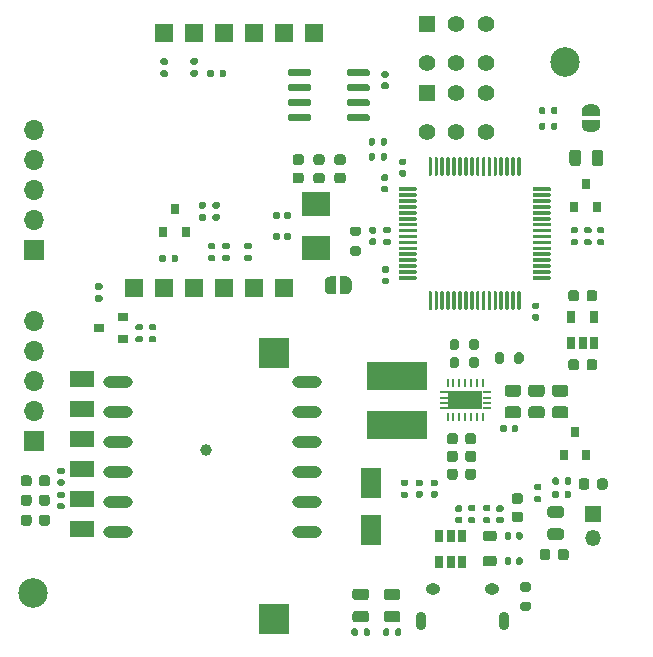
<source format=gbr>
%TF.GenerationSoftware,KiCad,Pcbnew,(5.1.9)-1*%
%TF.CreationDate,2021-03-08T10:45:14+00:00*%
%TF.ProjectId,gps_tracker_basic,6770735f-7472-4616-936b-65725f626173,1.0*%
%TF.SameCoordinates,Original*%
%TF.FileFunction,Soldermask,Top*%
%TF.FilePolarity,Negative*%
%FSLAX46Y46*%
G04 Gerber Fmt 4.6, Leading zero omitted, Abs format (unit mm)*
G04 Created by KiCad (PCBNEW (5.1.9)-1) date 2021-03-08 10:45:14*
%MOMM*%
%LPD*%
G01*
G04 APERTURE LIST*
%ADD10C,1.000000*%
%ADD11O,2.500000X1.000000*%
%ADD12R,2.500000X2.500000*%
%ADD13R,2.000000X1.400000*%
%ADD14R,0.900000X0.800000*%
%ADD15C,2.500000*%
%ADD16R,5.100000X2.350000*%
%ADD17R,1.800000X2.500000*%
%ADD18O,1.700000X1.700000*%
%ADD19R,1.700000X1.700000*%
%ADD20O,0.890000X1.550000*%
%ADD21O,1.250000X0.950000*%
%ADD22O,1.350000X1.350000*%
%ADD23R,1.350000X1.350000*%
%ADD24C,0.100000*%
%ADD25R,0.800000X0.900000*%
%ADD26C,1.400000*%
%ADD27R,1.400000X1.400000*%
%ADD28R,0.650000X1.060000*%
%ADD29R,1.524000X1.524000*%
%ADD30R,0.775000X0.220000*%
%ADD31C,0.300000*%
%ADD32R,0.250000X0.700000*%
%ADD33R,2.850000X1.600000*%
%ADD34R,2.400000X2.000000*%
G04 APERTURE END LIST*
%TO.C,C31*%
G36*
G01*
X144634799Y-103651000D02*
X145534801Y-103651000D01*
G75*
G02*
X145784800Y-103900999I0J-249999D01*
G01*
X145784800Y-104426001D01*
G75*
G02*
X145534801Y-104676000I-249999J0D01*
G01*
X144634799Y-104676000D01*
G75*
G02*
X144384800Y-104426001I0J249999D01*
G01*
X144384800Y-103900999D01*
G75*
G02*
X144634799Y-103651000I249999J0D01*
G01*
G37*
G36*
G01*
X144634799Y-101826000D02*
X145534801Y-101826000D01*
G75*
G02*
X145784800Y-102075999I0J-249999D01*
G01*
X145784800Y-102601001D01*
G75*
G02*
X145534801Y-102851000I-249999J0D01*
G01*
X144634799Y-102851000D01*
G75*
G02*
X144384800Y-102601001I0J249999D01*
G01*
X144384800Y-102075999D01*
G75*
G02*
X144634799Y-101826000I249999J0D01*
G01*
G37*
%TD*%
%TO.C,C30*%
G36*
G01*
X146641399Y-103651000D02*
X147541401Y-103651000D01*
G75*
G02*
X147791400Y-103900999I0J-249999D01*
G01*
X147791400Y-104426001D01*
G75*
G02*
X147541401Y-104676000I-249999J0D01*
G01*
X146641399Y-104676000D01*
G75*
G02*
X146391400Y-104426001I0J249999D01*
G01*
X146391400Y-103900999D01*
G75*
G02*
X146641399Y-103651000I249999J0D01*
G01*
G37*
G36*
G01*
X146641399Y-101826000D02*
X147541401Y-101826000D01*
G75*
G02*
X147791400Y-102075999I0J-249999D01*
G01*
X147791400Y-102601001D01*
G75*
G02*
X147541401Y-102851000I-249999J0D01*
G01*
X146641399Y-102851000D01*
G75*
G02*
X146391400Y-102601001I0J249999D01*
G01*
X146391400Y-102075999D01*
G75*
G02*
X146641399Y-101826000I249999J0D01*
G01*
G37*
%TD*%
%TO.C,C32*%
G36*
G01*
X148647999Y-103651000D02*
X149548001Y-103651000D01*
G75*
G02*
X149798000Y-103900999I0J-249999D01*
G01*
X149798000Y-104426001D01*
G75*
G02*
X149548001Y-104676000I-249999J0D01*
G01*
X148647999Y-104676000D01*
G75*
G02*
X148398000Y-104426001I0J249999D01*
G01*
X148398000Y-103900999D01*
G75*
G02*
X148647999Y-103651000I249999J0D01*
G01*
G37*
G36*
G01*
X148647999Y-101826000D02*
X149548001Y-101826000D01*
G75*
G02*
X149798000Y-102075999I0J-249999D01*
G01*
X149798000Y-102601001D01*
G75*
G02*
X149548001Y-102851000I-249999J0D01*
G01*
X148647999Y-102851000D01*
G75*
G02*
X148398000Y-102601001I0J249999D01*
G01*
X148398000Y-102075999D01*
G75*
G02*
X148647999Y-101826000I249999J0D01*
G01*
G37*
%TD*%
D10*
%TO.C,U10*%
X119072300Y-107317600D03*
D11*
X111672300Y-104137600D03*
X127672300Y-111757600D03*
X111672300Y-109217600D03*
X127672300Y-106677600D03*
X111672300Y-101597600D03*
X127672300Y-114297600D03*
X127672300Y-104137600D03*
X111672300Y-114297600D03*
X127672300Y-101597600D03*
X127672300Y-109217600D03*
X111672300Y-106677600D03*
X111672300Y-111757600D03*
%TD*%
D12*
%TO.C,U4*%
X124873300Y-121621700D03*
X124873300Y-99111700D03*
D13*
X108623300Y-114081700D03*
X108623300Y-111541700D03*
X108623300Y-109001700D03*
X108623300Y-106461700D03*
X108623300Y-103921700D03*
X108623300Y-101381700D03*
%TD*%
%TO.C,R33*%
G36*
G01*
X109848000Y-94255700D02*
X110218000Y-94255700D01*
G75*
G02*
X110353000Y-94390700I0J-135000D01*
G01*
X110353000Y-94660700D01*
G75*
G02*
X110218000Y-94795700I-135000J0D01*
G01*
X109848000Y-94795700D01*
G75*
G02*
X109713000Y-94660700I0J135000D01*
G01*
X109713000Y-94390700D01*
G75*
G02*
X109848000Y-94255700I135000J0D01*
G01*
G37*
G36*
G01*
X109848000Y-93235700D02*
X110218000Y-93235700D01*
G75*
G02*
X110353000Y-93370700I0J-135000D01*
G01*
X110353000Y-93640700D01*
G75*
G02*
X110218000Y-93775700I-135000J0D01*
G01*
X109848000Y-93775700D01*
G75*
G02*
X109713000Y-93640700I0J135000D01*
G01*
X109713000Y-93370700D01*
G75*
G02*
X109848000Y-93235700I135000J0D01*
G01*
G37*
%TD*%
%TO.C,R11*%
G36*
G01*
X113634300Y-97230100D02*
X113264300Y-97230100D01*
G75*
G02*
X113129300Y-97095100I0J135000D01*
G01*
X113129300Y-96825100D01*
G75*
G02*
X113264300Y-96690100I135000J0D01*
G01*
X113634300Y-96690100D01*
G75*
G02*
X113769300Y-96825100I0J-135000D01*
G01*
X113769300Y-97095100D01*
G75*
G02*
X113634300Y-97230100I-135000J0D01*
G01*
G37*
G36*
G01*
X113634300Y-98250100D02*
X113264300Y-98250100D01*
G75*
G02*
X113129300Y-98115100I0J135000D01*
G01*
X113129300Y-97845100D01*
G75*
G02*
X113264300Y-97710100I135000J0D01*
G01*
X113634300Y-97710100D01*
G75*
G02*
X113769300Y-97845100I0J-135000D01*
G01*
X113769300Y-98115100D01*
G75*
G02*
X113634300Y-98250100I-135000J0D01*
G01*
G37*
%TD*%
%TO.C,R7*%
G36*
G01*
X114777300Y-97230100D02*
X114407300Y-97230100D01*
G75*
G02*
X114272300Y-97095100I0J135000D01*
G01*
X114272300Y-96825100D01*
G75*
G02*
X114407300Y-96690100I135000J0D01*
G01*
X114777300Y-96690100D01*
G75*
G02*
X114912300Y-96825100I0J-135000D01*
G01*
X114912300Y-97095100D01*
G75*
G02*
X114777300Y-97230100I-135000J0D01*
G01*
G37*
G36*
G01*
X114777300Y-98250100D02*
X114407300Y-98250100D01*
G75*
G02*
X114272300Y-98115100I0J135000D01*
G01*
X114272300Y-97845100D01*
G75*
G02*
X114407300Y-97710100I135000J0D01*
G01*
X114777300Y-97710100D01*
G75*
G02*
X114912300Y-97845100I0J-135000D01*
G01*
X114912300Y-98115100D01*
G75*
G02*
X114777300Y-98250100I-135000J0D01*
G01*
G37*
%TD*%
D14*
%TO.C,Q4*%
X110087100Y-97025600D03*
X112087100Y-96075600D03*
X112087100Y-97975600D03*
%TD*%
%TO.C,C17*%
G36*
G01*
X104335900Y-111355200D02*
X104335900Y-111855200D01*
G75*
G02*
X104110900Y-112080200I-225000J0D01*
G01*
X103660900Y-112080200D01*
G75*
G02*
X103435900Y-111855200I0J225000D01*
G01*
X103435900Y-111355200D01*
G75*
G02*
X103660900Y-111130200I225000J0D01*
G01*
X104110900Y-111130200D01*
G75*
G02*
X104335900Y-111355200I0J-225000D01*
G01*
G37*
G36*
G01*
X105885900Y-111355200D02*
X105885900Y-111855200D01*
G75*
G02*
X105660900Y-112080200I-225000J0D01*
G01*
X105210900Y-112080200D01*
G75*
G02*
X104985900Y-111855200I0J225000D01*
G01*
X104985900Y-111355200D01*
G75*
G02*
X105210900Y-111130200I225000J0D01*
G01*
X105660900Y-111130200D01*
G75*
G02*
X105885900Y-111355200I0J-225000D01*
G01*
G37*
%TD*%
%TO.C,C33*%
G36*
G01*
X106989900Y-109424000D02*
X106649900Y-109424000D01*
G75*
G02*
X106509900Y-109284000I0J140000D01*
G01*
X106509900Y-109004000D01*
G75*
G02*
X106649900Y-108864000I140000J0D01*
G01*
X106989900Y-108864000D01*
G75*
G02*
X107129900Y-109004000I0J-140000D01*
G01*
X107129900Y-109284000D01*
G75*
G02*
X106989900Y-109424000I-140000J0D01*
G01*
G37*
G36*
G01*
X106989900Y-110384000D02*
X106649900Y-110384000D01*
G75*
G02*
X106509900Y-110244000I0J140000D01*
G01*
X106509900Y-109964000D01*
G75*
G02*
X106649900Y-109824000I140000J0D01*
G01*
X106989900Y-109824000D01*
G75*
G02*
X107129900Y-109964000I0J-140000D01*
G01*
X107129900Y-110244000D01*
G75*
G02*
X106989900Y-110384000I-140000J0D01*
G01*
G37*
%TD*%
%TO.C,C18*%
G36*
G01*
X104335900Y-113044300D02*
X104335900Y-113544300D01*
G75*
G02*
X104110900Y-113769300I-225000J0D01*
G01*
X103660900Y-113769300D01*
G75*
G02*
X103435900Y-113544300I0J225000D01*
G01*
X103435900Y-113044300D01*
G75*
G02*
X103660900Y-112819300I225000J0D01*
G01*
X104110900Y-112819300D01*
G75*
G02*
X104335900Y-113044300I0J-225000D01*
G01*
G37*
G36*
G01*
X105885900Y-113044300D02*
X105885900Y-113544300D01*
G75*
G02*
X105660900Y-113769300I-225000J0D01*
G01*
X105210900Y-113769300D01*
G75*
G02*
X104985900Y-113544300I0J225000D01*
G01*
X104985900Y-113044300D01*
G75*
G02*
X105210900Y-112819300I225000J0D01*
G01*
X105660900Y-112819300D01*
G75*
G02*
X105885900Y-113044300I0J-225000D01*
G01*
G37*
%TD*%
%TO.C,C16*%
G36*
G01*
X104335900Y-109716900D02*
X104335900Y-110216900D01*
G75*
G02*
X104110900Y-110441900I-225000J0D01*
G01*
X103660900Y-110441900D01*
G75*
G02*
X103435900Y-110216900I0J225000D01*
G01*
X103435900Y-109716900D01*
G75*
G02*
X103660900Y-109491900I225000J0D01*
G01*
X104110900Y-109491900D01*
G75*
G02*
X104335900Y-109716900I0J-225000D01*
G01*
G37*
G36*
G01*
X105885900Y-109716900D02*
X105885900Y-110216900D01*
G75*
G02*
X105660900Y-110441900I-225000J0D01*
G01*
X105210900Y-110441900D01*
G75*
G02*
X104985900Y-110216900I0J225000D01*
G01*
X104985900Y-109716900D01*
G75*
G02*
X105210900Y-109491900I225000J0D01*
G01*
X105660900Y-109491900D01*
G75*
G02*
X105885900Y-109716900I0J-225000D01*
G01*
G37*
%TD*%
%TO.C,C15*%
G36*
G01*
X106649900Y-111830600D02*
X106989900Y-111830600D01*
G75*
G02*
X107129900Y-111970600I0J-140000D01*
G01*
X107129900Y-112250600D01*
G75*
G02*
X106989900Y-112390600I-140000J0D01*
G01*
X106649900Y-112390600D01*
G75*
G02*
X106509900Y-112250600I0J140000D01*
G01*
X106509900Y-111970600D01*
G75*
G02*
X106649900Y-111830600I140000J0D01*
G01*
G37*
G36*
G01*
X106649900Y-110870600D02*
X106989900Y-110870600D01*
G75*
G02*
X107129900Y-111010600I0J-140000D01*
G01*
X107129900Y-111290600D01*
G75*
G02*
X106989900Y-111430600I-140000J0D01*
G01*
X106649900Y-111430600D01*
G75*
G02*
X106509900Y-111290600I0J140000D01*
G01*
X106509900Y-111010600D01*
G75*
G02*
X106649900Y-110870600I140000J0D01*
G01*
G37*
%TD*%
%TO.C,R2*%
G36*
G01*
X131487500Y-90087000D02*
X132037500Y-90087000D01*
G75*
G02*
X132237500Y-90287000I0J-200000D01*
G01*
X132237500Y-90687000D01*
G75*
G02*
X132037500Y-90887000I-200000J0D01*
G01*
X131487500Y-90887000D01*
G75*
G02*
X131287500Y-90687000I0J200000D01*
G01*
X131287500Y-90287000D01*
G75*
G02*
X131487500Y-90087000I200000J0D01*
G01*
G37*
G36*
G01*
X131487500Y-88437000D02*
X132037500Y-88437000D01*
G75*
G02*
X132237500Y-88637000I0J-200000D01*
G01*
X132237500Y-89037000D01*
G75*
G02*
X132037500Y-89237000I-200000J0D01*
G01*
X131487500Y-89237000D01*
G75*
G02*
X131287500Y-89037000I0J200000D01*
G01*
X131287500Y-88637000D01*
G75*
G02*
X131487500Y-88437000I200000J0D01*
G01*
G37*
%TD*%
%TO.C,R12*%
G36*
G01*
X134634000Y-122598600D02*
X134634000Y-122968600D01*
G75*
G02*
X134499000Y-123103600I-135000J0D01*
G01*
X134229000Y-123103600D01*
G75*
G02*
X134094000Y-122968600I0J135000D01*
G01*
X134094000Y-122598600D01*
G75*
G02*
X134229000Y-122463600I135000J0D01*
G01*
X134499000Y-122463600D01*
G75*
G02*
X134634000Y-122598600I0J-135000D01*
G01*
G37*
G36*
G01*
X135654000Y-122598600D02*
X135654000Y-122968600D01*
G75*
G02*
X135519000Y-123103600I-135000J0D01*
G01*
X135249000Y-123103600D01*
G75*
G02*
X135114000Y-122968600I0J135000D01*
G01*
X135114000Y-122598600D01*
G75*
G02*
X135249000Y-122463600I135000J0D01*
G01*
X135519000Y-122463600D01*
G75*
G02*
X135654000Y-122598600I0J-135000D01*
G01*
G37*
%TD*%
D15*
%TO.C,H2*%
X149500000Y-74500000D03*
%TD*%
%TO.C,H1*%
X104500000Y-119500000D03*
%TD*%
%TO.C,R26*%
G36*
G01*
X145902000Y-120186000D02*
X146452000Y-120186000D01*
G75*
G02*
X146652000Y-120386000I0J-200000D01*
G01*
X146652000Y-120786000D01*
G75*
G02*
X146452000Y-120986000I-200000J0D01*
G01*
X145902000Y-120986000D01*
G75*
G02*
X145702000Y-120786000I0J200000D01*
G01*
X145702000Y-120386000D01*
G75*
G02*
X145902000Y-120186000I200000J0D01*
G01*
G37*
G36*
G01*
X145902000Y-118536000D02*
X146452000Y-118536000D01*
G75*
G02*
X146652000Y-118736000I0J-200000D01*
G01*
X146652000Y-119136000D01*
G75*
G02*
X146452000Y-119336000I-200000J0D01*
G01*
X145902000Y-119336000D01*
G75*
G02*
X145702000Y-119136000I0J200000D01*
G01*
X145702000Y-118736000D01*
G75*
G02*
X145902000Y-118536000I200000J0D01*
G01*
G37*
%TD*%
D16*
%TO.C,L3*%
X135255000Y-101074400D03*
X135255000Y-105224400D03*
%TD*%
%TO.C,C21*%
G36*
G01*
X145715800Y-111917600D02*
X145215800Y-111917600D01*
G75*
G02*
X144990800Y-111692600I0J225000D01*
G01*
X144990800Y-111242600D01*
G75*
G02*
X145215800Y-111017600I225000J0D01*
G01*
X145715800Y-111017600D01*
G75*
G02*
X145940800Y-111242600I0J-225000D01*
G01*
X145940800Y-111692600D01*
G75*
G02*
X145715800Y-111917600I-225000J0D01*
G01*
G37*
G36*
G01*
X145715800Y-113467600D02*
X145215800Y-113467600D01*
G75*
G02*
X144990800Y-113242600I0J225000D01*
G01*
X144990800Y-112792600D01*
G75*
G02*
X145215800Y-112567600I225000J0D01*
G01*
X145715800Y-112567600D01*
G75*
G02*
X145940800Y-112792600I0J-225000D01*
G01*
X145940800Y-113242600D01*
G75*
G02*
X145715800Y-113467600I-225000J0D01*
G01*
G37*
%TD*%
%TO.C,C3*%
G36*
G01*
X126661100Y-83865600D02*
X127161100Y-83865600D01*
G75*
G02*
X127386100Y-84090600I0J-225000D01*
G01*
X127386100Y-84540600D01*
G75*
G02*
X127161100Y-84765600I-225000J0D01*
G01*
X126661100Y-84765600D01*
G75*
G02*
X126436100Y-84540600I0J225000D01*
G01*
X126436100Y-84090600D01*
G75*
G02*
X126661100Y-83865600I225000J0D01*
G01*
G37*
G36*
G01*
X126661100Y-82315600D02*
X127161100Y-82315600D01*
G75*
G02*
X127386100Y-82540600I0J-225000D01*
G01*
X127386100Y-82990600D01*
G75*
G02*
X127161100Y-83215600I-225000J0D01*
G01*
X126661100Y-83215600D01*
G75*
G02*
X126436100Y-82990600I0J225000D01*
G01*
X126436100Y-82540600D01*
G75*
G02*
X126661100Y-82315600I225000J0D01*
G01*
G37*
%TD*%
%TO.C,C1*%
G36*
G01*
X125339500Y-87333000D02*
X125339500Y-87673000D01*
G75*
G02*
X125199500Y-87813000I-140000J0D01*
G01*
X124919500Y-87813000D01*
G75*
G02*
X124779500Y-87673000I0J140000D01*
G01*
X124779500Y-87333000D01*
G75*
G02*
X124919500Y-87193000I140000J0D01*
G01*
X125199500Y-87193000D01*
G75*
G02*
X125339500Y-87333000I0J-140000D01*
G01*
G37*
G36*
G01*
X126299500Y-87333000D02*
X126299500Y-87673000D01*
G75*
G02*
X126159500Y-87813000I-140000J0D01*
G01*
X125879500Y-87813000D01*
G75*
G02*
X125739500Y-87673000I0J140000D01*
G01*
X125739500Y-87333000D01*
G75*
G02*
X125879500Y-87193000I140000J0D01*
G01*
X126159500Y-87193000D01*
G75*
G02*
X126299500Y-87333000I0J-140000D01*
G01*
G37*
%TD*%
%TO.C,C2*%
G36*
G01*
X125339500Y-89111000D02*
X125339500Y-89451000D01*
G75*
G02*
X125199500Y-89591000I-140000J0D01*
G01*
X124919500Y-89591000D01*
G75*
G02*
X124779500Y-89451000I0J140000D01*
G01*
X124779500Y-89111000D01*
G75*
G02*
X124919500Y-88971000I140000J0D01*
G01*
X125199500Y-88971000D01*
G75*
G02*
X125339500Y-89111000I0J-140000D01*
G01*
G37*
G36*
G01*
X126299500Y-89111000D02*
X126299500Y-89451000D01*
G75*
G02*
X126159500Y-89591000I-140000J0D01*
G01*
X125879500Y-89591000D01*
G75*
G02*
X125739500Y-89451000I0J140000D01*
G01*
X125739500Y-89111000D01*
G75*
G02*
X125879500Y-88971000I140000J0D01*
G01*
X126159500Y-88971000D01*
G75*
G02*
X126299500Y-89111000I0J-140000D01*
G01*
G37*
%TD*%
%TO.C,C4*%
G36*
G01*
X130704400Y-83228300D02*
X130204400Y-83228300D01*
G75*
G02*
X129979400Y-83003300I0J225000D01*
G01*
X129979400Y-82553300D01*
G75*
G02*
X130204400Y-82328300I225000J0D01*
G01*
X130704400Y-82328300D01*
G75*
G02*
X130929400Y-82553300I0J-225000D01*
G01*
X130929400Y-83003300D01*
G75*
G02*
X130704400Y-83228300I-225000J0D01*
G01*
G37*
G36*
G01*
X130704400Y-84778300D02*
X130204400Y-84778300D01*
G75*
G02*
X129979400Y-84553300I0J225000D01*
G01*
X129979400Y-84103300D01*
G75*
G02*
X130204400Y-83878300I225000J0D01*
G01*
X130704400Y-83878300D01*
G75*
G02*
X130929400Y-84103300I0J-225000D01*
G01*
X130929400Y-84553300D01*
G75*
G02*
X130704400Y-84778300I-225000J0D01*
G01*
G37*
%TD*%
%TO.C,C5*%
G36*
G01*
X134132500Y-92757600D02*
X134472500Y-92757600D01*
G75*
G02*
X134612500Y-92897600I0J-140000D01*
G01*
X134612500Y-93177600D01*
G75*
G02*
X134472500Y-93317600I-140000J0D01*
G01*
X134132500Y-93317600D01*
G75*
G02*
X133992500Y-93177600I0J140000D01*
G01*
X133992500Y-92897600D01*
G75*
G02*
X134132500Y-92757600I140000J0D01*
G01*
G37*
G36*
G01*
X134132500Y-91797600D02*
X134472500Y-91797600D01*
G75*
G02*
X134612500Y-91937600I0J-140000D01*
G01*
X134612500Y-92217600D01*
G75*
G02*
X134472500Y-92357600I-140000J0D01*
G01*
X134132500Y-92357600D01*
G75*
G02*
X133992500Y-92217600I0J140000D01*
G01*
X133992500Y-91937600D01*
G75*
G02*
X134132500Y-91797600I140000J0D01*
G01*
G37*
%TD*%
%TO.C,C6*%
G36*
G01*
X133063160Y-89430200D02*
X133403160Y-89430200D01*
G75*
G02*
X133543160Y-89570200I0J-140000D01*
G01*
X133543160Y-89850200D01*
G75*
G02*
X133403160Y-89990200I-140000J0D01*
G01*
X133063160Y-89990200D01*
G75*
G02*
X132923160Y-89850200I0J140000D01*
G01*
X132923160Y-89570200D01*
G75*
G02*
X133063160Y-89430200I140000J0D01*
G01*
G37*
G36*
G01*
X133063160Y-88470200D02*
X133403160Y-88470200D01*
G75*
G02*
X133543160Y-88610200I0J-140000D01*
G01*
X133543160Y-88890200D01*
G75*
G02*
X133403160Y-89030200I-140000J0D01*
G01*
X133063160Y-89030200D01*
G75*
G02*
X132923160Y-88890200I0J140000D01*
G01*
X132923160Y-88610200D01*
G75*
G02*
X133063160Y-88470200I140000J0D01*
G01*
G37*
%TD*%
%TO.C,C7*%
G36*
G01*
X135593000Y-83639000D02*
X135933000Y-83639000D01*
G75*
G02*
X136073000Y-83779000I0J-140000D01*
G01*
X136073000Y-84059000D01*
G75*
G02*
X135933000Y-84199000I-140000J0D01*
G01*
X135593000Y-84199000D01*
G75*
G02*
X135453000Y-84059000I0J140000D01*
G01*
X135453000Y-83779000D01*
G75*
G02*
X135593000Y-83639000I140000J0D01*
G01*
G37*
G36*
G01*
X135593000Y-82679000D02*
X135933000Y-82679000D01*
G75*
G02*
X136073000Y-82819000I0J-140000D01*
G01*
X136073000Y-83099000D01*
G75*
G02*
X135933000Y-83239000I-140000J0D01*
G01*
X135593000Y-83239000D01*
G75*
G02*
X135453000Y-83099000I0J140000D01*
G01*
X135453000Y-82819000D01*
G75*
G02*
X135593000Y-82679000I140000J0D01*
G01*
G37*
%TD*%
%TO.C,C8*%
G36*
G01*
X134409000Y-84585200D02*
X134069000Y-84585200D01*
G75*
G02*
X133929000Y-84445200I0J140000D01*
G01*
X133929000Y-84165200D01*
G75*
G02*
X134069000Y-84025200I140000J0D01*
G01*
X134409000Y-84025200D01*
G75*
G02*
X134549000Y-84165200I0J-140000D01*
G01*
X134549000Y-84445200D01*
G75*
G02*
X134409000Y-84585200I-140000J0D01*
G01*
G37*
G36*
G01*
X134409000Y-85545200D02*
X134069000Y-85545200D01*
G75*
G02*
X133929000Y-85405200I0J140000D01*
G01*
X133929000Y-85125200D01*
G75*
G02*
X134069000Y-84985200I140000J0D01*
G01*
X134409000Y-84985200D01*
G75*
G02*
X134549000Y-85125200I0J-140000D01*
G01*
X134549000Y-85405200D01*
G75*
G02*
X134409000Y-85545200I-140000J0D01*
G01*
G37*
%TD*%
%TO.C,C9*%
G36*
G01*
X146845200Y-95831000D02*
X147185200Y-95831000D01*
G75*
G02*
X147325200Y-95971000I0J-140000D01*
G01*
X147325200Y-96251000D01*
G75*
G02*
X147185200Y-96391000I-140000J0D01*
G01*
X146845200Y-96391000D01*
G75*
G02*
X146705200Y-96251000I0J140000D01*
G01*
X146705200Y-95971000D01*
G75*
G02*
X146845200Y-95831000I140000J0D01*
G01*
G37*
G36*
G01*
X146845200Y-94871000D02*
X147185200Y-94871000D01*
G75*
G02*
X147325200Y-95011000I0J-140000D01*
G01*
X147325200Y-95291000D01*
G75*
G02*
X147185200Y-95431000I-140000J0D01*
G01*
X146845200Y-95431000D01*
G75*
G02*
X146705200Y-95291000I0J140000D01*
G01*
X146705200Y-95011000D01*
G75*
G02*
X146845200Y-94871000I140000J0D01*
G01*
G37*
%TD*%
%TO.C,C10*%
G36*
G01*
X144162600Y-112601400D02*
X143822600Y-112601400D01*
G75*
G02*
X143682600Y-112461400I0J140000D01*
G01*
X143682600Y-112181400D01*
G75*
G02*
X143822600Y-112041400I140000J0D01*
G01*
X144162600Y-112041400D01*
G75*
G02*
X144302600Y-112181400I0J-140000D01*
G01*
X144302600Y-112461400D01*
G75*
G02*
X144162600Y-112601400I-140000J0D01*
G01*
G37*
G36*
G01*
X144162600Y-113561400D02*
X143822600Y-113561400D01*
G75*
G02*
X143682600Y-113421400I0J140000D01*
G01*
X143682600Y-113141400D01*
G75*
G02*
X143822600Y-113001400I140000J0D01*
G01*
X144162600Y-113001400D01*
G75*
G02*
X144302600Y-113141400I0J-140000D01*
G01*
X144302600Y-113421400D01*
G75*
G02*
X144162600Y-113561400I-140000J0D01*
G01*
G37*
%TD*%
%TO.C,C11*%
G36*
G01*
X140682800Y-112601400D02*
X140342800Y-112601400D01*
G75*
G02*
X140202800Y-112461400I0J140000D01*
G01*
X140202800Y-112181400D01*
G75*
G02*
X140342800Y-112041400I140000J0D01*
G01*
X140682800Y-112041400D01*
G75*
G02*
X140822800Y-112181400I0J-140000D01*
G01*
X140822800Y-112461400D01*
G75*
G02*
X140682800Y-112601400I-140000J0D01*
G01*
G37*
G36*
G01*
X140682800Y-113561400D02*
X140342800Y-113561400D01*
G75*
G02*
X140202800Y-113421400I0J140000D01*
G01*
X140202800Y-113141400D01*
G75*
G02*
X140342800Y-113001400I140000J0D01*
G01*
X140682800Y-113001400D01*
G75*
G02*
X140822800Y-113141400I0J-140000D01*
G01*
X140822800Y-113421400D01*
G75*
G02*
X140682800Y-113561400I-140000J0D01*
G01*
G37*
%TD*%
%TO.C,C12*%
G36*
G01*
X138600000Y-110417000D02*
X138260000Y-110417000D01*
G75*
G02*
X138120000Y-110277000I0J140000D01*
G01*
X138120000Y-109997000D01*
G75*
G02*
X138260000Y-109857000I140000J0D01*
G01*
X138600000Y-109857000D01*
G75*
G02*
X138740000Y-109997000I0J-140000D01*
G01*
X138740000Y-110277000D01*
G75*
G02*
X138600000Y-110417000I-140000J0D01*
G01*
G37*
G36*
G01*
X138600000Y-111377000D02*
X138260000Y-111377000D01*
G75*
G02*
X138120000Y-111237000I0J140000D01*
G01*
X138120000Y-110957000D01*
G75*
G02*
X138260000Y-110817000I140000J0D01*
G01*
X138600000Y-110817000D01*
G75*
G02*
X138740000Y-110957000I0J-140000D01*
G01*
X138740000Y-111237000D01*
G75*
G02*
X138600000Y-111377000I-140000J0D01*
G01*
G37*
%TD*%
%TO.C,C13*%
G36*
G01*
X137330000Y-110417000D02*
X136990000Y-110417000D01*
G75*
G02*
X136850000Y-110277000I0J140000D01*
G01*
X136850000Y-109997000D01*
G75*
G02*
X136990000Y-109857000I140000J0D01*
G01*
X137330000Y-109857000D01*
G75*
G02*
X137470000Y-109997000I0J-140000D01*
G01*
X137470000Y-110277000D01*
G75*
G02*
X137330000Y-110417000I-140000J0D01*
G01*
G37*
G36*
G01*
X137330000Y-111377000D02*
X136990000Y-111377000D01*
G75*
G02*
X136850000Y-111237000I0J140000D01*
G01*
X136850000Y-110957000D01*
G75*
G02*
X136990000Y-110817000I140000J0D01*
G01*
X137330000Y-110817000D01*
G75*
G02*
X137470000Y-110957000I0J-140000D01*
G01*
X137470000Y-111237000D01*
G75*
G02*
X137330000Y-111377000I-140000J0D01*
G01*
G37*
%TD*%
%TO.C,C14*%
G36*
G01*
X134094400Y-76234900D02*
X134434400Y-76234900D01*
G75*
G02*
X134574400Y-76374900I0J-140000D01*
G01*
X134574400Y-76654900D01*
G75*
G02*
X134434400Y-76794900I-140000J0D01*
G01*
X134094400Y-76794900D01*
G75*
G02*
X133954400Y-76654900I0J140000D01*
G01*
X133954400Y-76374900D01*
G75*
G02*
X134094400Y-76234900I140000J0D01*
G01*
G37*
G36*
G01*
X134094400Y-75274900D02*
X134434400Y-75274900D01*
G75*
G02*
X134574400Y-75414900I0J-140000D01*
G01*
X134574400Y-75694900D01*
G75*
G02*
X134434400Y-75834900I-140000J0D01*
G01*
X134094400Y-75834900D01*
G75*
G02*
X133954400Y-75694900I0J140000D01*
G01*
X133954400Y-75414900D01*
G75*
G02*
X134094400Y-75274900I140000J0D01*
G01*
G37*
%TD*%
%TO.C,C19*%
G36*
G01*
X145361000Y-116933800D02*
X145361000Y-116593800D01*
G75*
G02*
X145501000Y-116453800I140000J0D01*
G01*
X145781000Y-116453800D01*
G75*
G02*
X145921000Y-116593800I0J-140000D01*
G01*
X145921000Y-116933800D01*
G75*
G02*
X145781000Y-117073800I-140000J0D01*
G01*
X145501000Y-117073800D01*
G75*
G02*
X145361000Y-116933800I0J140000D01*
G01*
G37*
G36*
G01*
X144401000Y-116933800D02*
X144401000Y-116593800D01*
G75*
G02*
X144541000Y-116453800I140000J0D01*
G01*
X144821000Y-116453800D01*
G75*
G02*
X144961000Y-116593800I0J-140000D01*
G01*
X144961000Y-116933800D01*
G75*
G02*
X144821000Y-117073800I-140000J0D01*
G01*
X144541000Y-117073800D01*
G75*
G02*
X144401000Y-116933800I0J140000D01*
G01*
G37*
%TD*%
%TO.C,C20*%
G36*
G01*
X145361000Y-114800200D02*
X145361000Y-114460200D01*
G75*
G02*
X145501000Y-114320200I140000J0D01*
G01*
X145781000Y-114320200D01*
G75*
G02*
X145921000Y-114460200I0J-140000D01*
G01*
X145921000Y-114800200D01*
G75*
G02*
X145781000Y-114940200I-140000J0D01*
G01*
X145501000Y-114940200D01*
G75*
G02*
X145361000Y-114800200I0J140000D01*
G01*
G37*
G36*
G01*
X144401000Y-114800200D02*
X144401000Y-114460200D01*
G75*
G02*
X144541000Y-114320200I140000J0D01*
G01*
X144821000Y-114320200D01*
G75*
G02*
X144961000Y-114460200I0J-140000D01*
G01*
X144961000Y-114800200D01*
G75*
G02*
X144821000Y-114940200I-140000J0D01*
G01*
X144541000Y-114940200D01*
G75*
G02*
X144401000Y-114800200I0J140000D01*
G01*
G37*
%TD*%
%TO.C,C22*%
G36*
G01*
X140416400Y-109147800D02*
X140416400Y-109647800D01*
G75*
G02*
X140191400Y-109872800I-225000J0D01*
G01*
X139741400Y-109872800D01*
G75*
G02*
X139516400Y-109647800I0J225000D01*
G01*
X139516400Y-109147800D01*
G75*
G02*
X139741400Y-108922800I225000J0D01*
G01*
X140191400Y-108922800D01*
G75*
G02*
X140416400Y-109147800I0J-225000D01*
G01*
G37*
G36*
G01*
X141966400Y-109147800D02*
X141966400Y-109647800D01*
G75*
G02*
X141741400Y-109872800I-225000J0D01*
G01*
X141291400Y-109872800D01*
G75*
G02*
X141066400Y-109647800I0J225000D01*
G01*
X141066400Y-109147800D01*
G75*
G02*
X141291400Y-108922800I225000J0D01*
G01*
X141741400Y-108922800D01*
G75*
G02*
X141966400Y-109147800I0J-225000D01*
G01*
G37*
%TD*%
%TO.C,C23*%
G36*
G01*
X140416400Y-107649200D02*
X140416400Y-108149200D01*
G75*
G02*
X140191400Y-108374200I-225000J0D01*
G01*
X139741400Y-108374200D01*
G75*
G02*
X139516400Y-108149200I0J225000D01*
G01*
X139516400Y-107649200D01*
G75*
G02*
X139741400Y-107424200I225000J0D01*
G01*
X140191400Y-107424200D01*
G75*
G02*
X140416400Y-107649200I0J-225000D01*
G01*
G37*
G36*
G01*
X141966400Y-107649200D02*
X141966400Y-108149200D01*
G75*
G02*
X141741400Y-108374200I-225000J0D01*
G01*
X141291400Y-108374200D01*
G75*
G02*
X141066400Y-108149200I0J225000D01*
G01*
X141066400Y-107649200D01*
G75*
G02*
X141291400Y-107424200I225000J0D01*
G01*
X141741400Y-107424200D01*
G75*
G02*
X141966400Y-107649200I0J-225000D01*
G01*
G37*
%TD*%
%TO.C,C24*%
G36*
G01*
X140416400Y-106150600D02*
X140416400Y-106650600D01*
G75*
G02*
X140191400Y-106875600I-225000J0D01*
G01*
X139741400Y-106875600D01*
G75*
G02*
X139516400Y-106650600I0J225000D01*
G01*
X139516400Y-106150600D01*
G75*
G02*
X139741400Y-105925600I225000J0D01*
G01*
X140191400Y-105925600D01*
G75*
G02*
X140416400Y-106150600I0J-225000D01*
G01*
G37*
G36*
G01*
X141966400Y-106150600D02*
X141966400Y-106650600D01*
G75*
G02*
X141741400Y-106875600I-225000J0D01*
G01*
X141291400Y-106875600D01*
G75*
G02*
X141066400Y-106650600I0J225000D01*
G01*
X141066400Y-106150600D01*
G75*
G02*
X141291400Y-105925600I225000J0D01*
G01*
X141741400Y-105925600D01*
G75*
G02*
X141966400Y-106150600I0J-225000D01*
G01*
G37*
%TD*%
%TO.C,C25*%
G36*
G01*
X144980000Y-105707000D02*
X144980000Y-105367000D01*
G75*
G02*
X145120000Y-105227000I140000J0D01*
G01*
X145400000Y-105227000D01*
G75*
G02*
X145540000Y-105367000I0J-140000D01*
G01*
X145540000Y-105707000D01*
G75*
G02*
X145400000Y-105847000I-140000J0D01*
G01*
X145120000Y-105847000D01*
G75*
G02*
X144980000Y-105707000I0J140000D01*
G01*
G37*
G36*
G01*
X144020000Y-105707000D02*
X144020000Y-105367000D01*
G75*
G02*
X144160000Y-105227000I140000J0D01*
G01*
X144440000Y-105227000D01*
G75*
G02*
X144580000Y-105367000I0J-140000D01*
G01*
X144580000Y-105707000D01*
G75*
G02*
X144440000Y-105847000I-140000J0D01*
G01*
X144160000Y-105847000D01*
G75*
G02*
X144020000Y-105707000I0J140000D01*
G01*
G37*
%TD*%
%TO.C,C26*%
G36*
G01*
X148915000Y-116455000D02*
X148915000Y-115955000D01*
G75*
G02*
X149140000Y-115730000I225000J0D01*
G01*
X149590000Y-115730000D01*
G75*
G02*
X149815000Y-115955000I0J-225000D01*
G01*
X149815000Y-116455000D01*
G75*
G02*
X149590000Y-116680000I-225000J0D01*
G01*
X149140000Y-116680000D01*
G75*
G02*
X148915000Y-116455000I0J225000D01*
G01*
G37*
G36*
G01*
X147365000Y-116455000D02*
X147365000Y-115955000D01*
G75*
G02*
X147590000Y-115730000I225000J0D01*
G01*
X148040000Y-115730000D01*
G75*
G02*
X148265000Y-115955000I0J-225000D01*
G01*
X148265000Y-116455000D01*
G75*
G02*
X148040000Y-116680000I-225000J0D01*
G01*
X147590000Y-116680000D01*
G75*
G02*
X147365000Y-116455000I0J225000D01*
G01*
G37*
%TD*%
%TO.C,C27*%
G36*
G01*
X151328000Y-100389500D02*
X151328000Y-99889500D01*
G75*
G02*
X151553000Y-99664500I225000J0D01*
G01*
X152003000Y-99664500D01*
G75*
G02*
X152228000Y-99889500I0J-225000D01*
G01*
X152228000Y-100389500D01*
G75*
G02*
X152003000Y-100614500I-225000J0D01*
G01*
X151553000Y-100614500D01*
G75*
G02*
X151328000Y-100389500I0J225000D01*
G01*
G37*
G36*
G01*
X149778000Y-100389500D02*
X149778000Y-99889500D01*
G75*
G02*
X150003000Y-99664500I225000J0D01*
G01*
X150453000Y-99664500D01*
G75*
G02*
X150678000Y-99889500I0J-225000D01*
G01*
X150678000Y-100389500D01*
G75*
G02*
X150453000Y-100614500I-225000J0D01*
G01*
X150003000Y-100614500D01*
G75*
G02*
X149778000Y-100389500I0J225000D01*
G01*
G37*
%TD*%
%TO.C,C28*%
G36*
G01*
X152217000Y-110486000D02*
X152217000Y-109986000D01*
G75*
G02*
X152442000Y-109761000I225000J0D01*
G01*
X152892000Y-109761000D01*
G75*
G02*
X153117000Y-109986000I0J-225000D01*
G01*
X153117000Y-110486000D01*
G75*
G02*
X152892000Y-110711000I-225000J0D01*
G01*
X152442000Y-110711000D01*
G75*
G02*
X152217000Y-110486000I0J225000D01*
G01*
G37*
G36*
G01*
X150667000Y-110486000D02*
X150667000Y-109986000D01*
G75*
G02*
X150892000Y-109761000I225000J0D01*
G01*
X151342000Y-109761000D01*
G75*
G02*
X151567000Y-109986000I0J-225000D01*
G01*
X151567000Y-110486000D01*
G75*
G02*
X151342000Y-110711000I-225000J0D01*
G01*
X150892000Y-110711000D01*
G75*
G02*
X150667000Y-110486000I0J225000D01*
G01*
G37*
%TD*%
%TO.C,C29*%
G36*
G01*
X151328000Y-94547500D02*
X151328000Y-94047500D01*
G75*
G02*
X151553000Y-93822500I225000J0D01*
G01*
X152003000Y-93822500D01*
G75*
G02*
X152228000Y-94047500I0J-225000D01*
G01*
X152228000Y-94547500D01*
G75*
G02*
X152003000Y-94772500I-225000J0D01*
G01*
X151553000Y-94772500D01*
G75*
G02*
X151328000Y-94547500I0J225000D01*
G01*
G37*
G36*
G01*
X149778000Y-94547500D02*
X149778000Y-94047500D01*
G75*
G02*
X150003000Y-93822500I225000J0D01*
G01*
X150453000Y-93822500D01*
G75*
G02*
X150678000Y-94047500I0J-225000D01*
G01*
X150678000Y-94547500D01*
G75*
G02*
X150453000Y-94772500I-225000J0D01*
G01*
X150003000Y-94772500D01*
G75*
G02*
X149778000Y-94547500I0J225000D01*
G01*
G37*
%TD*%
%TO.C,D1*%
G36*
G01*
X134417750Y-120973000D02*
X135330250Y-120973000D01*
G75*
G02*
X135574000Y-121216750I0J-243750D01*
G01*
X135574000Y-121704250D01*
G75*
G02*
X135330250Y-121948000I-243750J0D01*
G01*
X134417750Y-121948000D01*
G75*
G02*
X134174000Y-121704250I0J243750D01*
G01*
X134174000Y-121216750D01*
G75*
G02*
X134417750Y-120973000I243750J0D01*
G01*
G37*
G36*
G01*
X134417750Y-119098000D02*
X135330250Y-119098000D01*
G75*
G02*
X135574000Y-119341750I0J-243750D01*
G01*
X135574000Y-119829250D01*
G75*
G02*
X135330250Y-120073000I-243750J0D01*
G01*
X134417750Y-120073000D01*
G75*
G02*
X134174000Y-119829250I0J243750D01*
G01*
X134174000Y-119341750D01*
G75*
G02*
X134417750Y-119098000I243750J0D01*
G01*
G37*
%TD*%
%TO.C,D2*%
G36*
G01*
X131750750Y-120973000D02*
X132663250Y-120973000D01*
G75*
G02*
X132907000Y-121216750I0J-243750D01*
G01*
X132907000Y-121704250D01*
G75*
G02*
X132663250Y-121948000I-243750J0D01*
G01*
X131750750Y-121948000D01*
G75*
G02*
X131507000Y-121704250I0J243750D01*
G01*
X131507000Y-121216750D01*
G75*
G02*
X131750750Y-120973000I243750J0D01*
G01*
G37*
G36*
G01*
X131750750Y-119098000D02*
X132663250Y-119098000D01*
G75*
G02*
X132907000Y-119341750I0J-243750D01*
G01*
X132907000Y-119829250D01*
G75*
G02*
X132663250Y-120073000I-243750J0D01*
G01*
X131750750Y-120073000D01*
G75*
G02*
X131507000Y-119829250I0J243750D01*
G01*
X131507000Y-119341750D01*
G75*
G02*
X131750750Y-119098000I243750J0D01*
G01*
G37*
%TD*%
%TO.C,D3*%
G36*
G01*
X151757800Y-83082450D02*
X151757800Y-82169950D01*
G75*
G02*
X152001550Y-81926200I243750J0D01*
G01*
X152489050Y-81926200D01*
G75*
G02*
X152732800Y-82169950I0J-243750D01*
G01*
X152732800Y-83082450D01*
G75*
G02*
X152489050Y-83326200I-243750J0D01*
G01*
X152001550Y-83326200D01*
G75*
G02*
X151757800Y-83082450I0J243750D01*
G01*
G37*
G36*
G01*
X149882800Y-83082450D02*
X149882800Y-82169950D01*
G75*
G02*
X150126550Y-81926200I243750J0D01*
G01*
X150614050Y-81926200D01*
G75*
G02*
X150857800Y-82169950I0J-243750D01*
G01*
X150857800Y-83082450D01*
G75*
G02*
X150614050Y-83326200I-243750J0D01*
G01*
X150126550Y-83326200D01*
G75*
G02*
X149882800Y-83082450I0J243750D01*
G01*
G37*
%TD*%
%TO.C,D4*%
G36*
G01*
X149173250Y-113088000D02*
X148260750Y-113088000D01*
G75*
G02*
X148017000Y-112844250I0J243750D01*
G01*
X148017000Y-112356750D01*
G75*
G02*
X148260750Y-112113000I243750J0D01*
G01*
X149173250Y-112113000D01*
G75*
G02*
X149417000Y-112356750I0J-243750D01*
G01*
X149417000Y-112844250D01*
G75*
G02*
X149173250Y-113088000I-243750J0D01*
G01*
G37*
G36*
G01*
X149173250Y-114963000D02*
X148260750Y-114963000D01*
G75*
G02*
X148017000Y-114719250I0J243750D01*
G01*
X148017000Y-114231750D01*
G75*
G02*
X148260750Y-113988000I243750J0D01*
G01*
X149173250Y-113988000D01*
G75*
G02*
X149417000Y-114231750I0J-243750D01*
G01*
X149417000Y-114719250D01*
G75*
G02*
X149173250Y-114963000I-243750J0D01*
G01*
G37*
%TD*%
D17*
%TO.C,D5*%
X133096000Y-114141000D03*
X133096000Y-110141000D03*
%TD*%
D18*
%TO.C,J1*%
X104521000Y-80264000D03*
X104521000Y-82804000D03*
X104521000Y-85344000D03*
X104521000Y-87884000D03*
D19*
X104521000Y-90424000D03*
%TD*%
D20*
%TO.C,J2*%
X137343000Y-121800000D03*
X144343000Y-121800000D03*
D21*
X138343000Y-119100000D03*
X143343000Y-119100000D03*
%TD*%
D22*
%TO.C,J3*%
X151892000Y-114776000D03*
D23*
X151892000Y-112776000D03*
%TD*%
D18*
%TO.C,J4*%
X104521000Y-96393000D03*
X104521000Y-98933000D03*
X104521000Y-101473000D03*
X104521000Y-104013000D03*
D19*
X104521000Y-106553000D03*
%TD*%
D24*
%TO.C,BOOT*%
G36*
X150952102Y-78598000D02*
G01*
X150952102Y-78573466D01*
X150956912Y-78524635D01*
X150966484Y-78476510D01*
X150980728Y-78429555D01*
X150999505Y-78384222D01*
X151022636Y-78340949D01*
X151049896Y-78300150D01*
X151081024Y-78262221D01*
X151115721Y-78227524D01*
X151153650Y-78196396D01*
X151194449Y-78169136D01*
X151237722Y-78146005D01*
X151283055Y-78127228D01*
X151330010Y-78112984D01*
X151378135Y-78103412D01*
X151426966Y-78098602D01*
X151451500Y-78098602D01*
X151451500Y-78098000D01*
X151951500Y-78098000D01*
X151951500Y-78098602D01*
X151976034Y-78098602D01*
X152024865Y-78103412D01*
X152072990Y-78112984D01*
X152119945Y-78127228D01*
X152165278Y-78146005D01*
X152208551Y-78169136D01*
X152249350Y-78196396D01*
X152287279Y-78227524D01*
X152321976Y-78262221D01*
X152353104Y-78300150D01*
X152380364Y-78340949D01*
X152403495Y-78384222D01*
X152422272Y-78429555D01*
X152436516Y-78476510D01*
X152446088Y-78524635D01*
X152450898Y-78573466D01*
X152450898Y-78598000D01*
X152451500Y-78598000D01*
X152451500Y-79098000D01*
X150951500Y-79098000D01*
X150951500Y-78598000D01*
X150952102Y-78598000D01*
G37*
G36*
X152451500Y-79398000D02*
G01*
X152451500Y-79898000D01*
X152450898Y-79898000D01*
X152450898Y-79922534D01*
X152446088Y-79971365D01*
X152436516Y-80019490D01*
X152422272Y-80066445D01*
X152403495Y-80111778D01*
X152380364Y-80155051D01*
X152353104Y-80195850D01*
X152321976Y-80233779D01*
X152287279Y-80268476D01*
X152249350Y-80299604D01*
X152208551Y-80326864D01*
X152165278Y-80349995D01*
X152119945Y-80368772D01*
X152072990Y-80383016D01*
X152024865Y-80392588D01*
X151976034Y-80397398D01*
X151951500Y-80397398D01*
X151951500Y-80398000D01*
X151451500Y-80398000D01*
X151451500Y-80397398D01*
X151426966Y-80397398D01*
X151378135Y-80392588D01*
X151330010Y-80383016D01*
X151283055Y-80368772D01*
X151237722Y-80349995D01*
X151194449Y-80326864D01*
X151153650Y-80299604D01*
X151115721Y-80268476D01*
X151081024Y-80233779D01*
X151049896Y-80195850D01*
X151022636Y-80155051D01*
X150999505Y-80111778D01*
X150980728Y-80066445D01*
X150966484Y-80019490D01*
X150956912Y-79971365D01*
X150952102Y-79922534D01*
X150952102Y-79898000D01*
X150951500Y-79898000D01*
X150951500Y-79398000D01*
X152451500Y-79398000D01*
G37*
%TD*%
%TO.C,RST*%
G36*
X130952200Y-92656702D02*
G01*
X130976734Y-92656702D01*
X131025565Y-92661512D01*
X131073690Y-92671084D01*
X131120645Y-92685328D01*
X131165978Y-92704105D01*
X131209251Y-92727236D01*
X131250050Y-92754496D01*
X131287979Y-92785624D01*
X131322676Y-92820321D01*
X131353804Y-92858250D01*
X131381064Y-92899049D01*
X131404195Y-92942322D01*
X131422972Y-92987655D01*
X131437216Y-93034610D01*
X131446788Y-93082735D01*
X131451598Y-93131566D01*
X131451598Y-93156100D01*
X131452200Y-93156100D01*
X131452200Y-93656100D01*
X131451598Y-93656100D01*
X131451598Y-93680634D01*
X131446788Y-93729465D01*
X131437216Y-93777590D01*
X131422972Y-93824545D01*
X131404195Y-93869878D01*
X131381064Y-93913151D01*
X131353804Y-93953950D01*
X131322676Y-93991879D01*
X131287979Y-94026576D01*
X131250050Y-94057704D01*
X131209251Y-94084964D01*
X131165978Y-94108095D01*
X131120645Y-94126872D01*
X131073690Y-94141116D01*
X131025565Y-94150688D01*
X130976734Y-94155498D01*
X130952200Y-94155498D01*
X130952200Y-94156100D01*
X130452200Y-94156100D01*
X130452200Y-92656100D01*
X130952200Y-92656100D01*
X130952200Y-92656702D01*
G37*
G36*
X130152200Y-94156100D02*
G01*
X129652200Y-94156100D01*
X129652200Y-94155498D01*
X129627666Y-94155498D01*
X129578835Y-94150688D01*
X129530710Y-94141116D01*
X129483755Y-94126872D01*
X129438422Y-94108095D01*
X129395149Y-94084964D01*
X129354350Y-94057704D01*
X129316421Y-94026576D01*
X129281724Y-93991879D01*
X129250596Y-93953950D01*
X129223336Y-93913151D01*
X129200205Y-93869878D01*
X129181428Y-93824545D01*
X129167184Y-93777590D01*
X129157612Y-93729465D01*
X129152802Y-93680634D01*
X129152802Y-93656100D01*
X129152200Y-93656100D01*
X129152200Y-93156100D01*
X129152802Y-93156100D01*
X129152802Y-93131566D01*
X129157612Y-93082735D01*
X129167184Y-93034610D01*
X129181428Y-92987655D01*
X129200205Y-92942322D01*
X129223336Y-92899049D01*
X129250596Y-92858250D01*
X129281724Y-92820321D01*
X129316421Y-92785624D01*
X129354350Y-92754496D01*
X129395149Y-92727236D01*
X129438422Y-92704105D01*
X129483755Y-92685328D01*
X129530710Y-92671084D01*
X129578835Y-92661512D01*
X129627666Y-92656702D01*
X129652200Y-92656702D01*
X129652200Y-92656100D01*
X130152200Y-92656100D01*
X130152200Y-94156100D01*
G37*
%TD*%
%TO.C,L1*%
G36*
G01*
X128420150Y-83903300D02*
X128932650Y-83903300D01*
G75*
G02*
X129151400Y-84122050I0J-218750D01*
G01*
X129151400Y-84559550D01*
G75*
G02*
X128932650Y-84778300I-218750J0D01*
G01*
X128420150Y-84778300D01*
G75*
G02*
X128201400Y-84559550I0J218750D01*
G01*
X128201400Y-84122050D01*
G75*
G02*
X128420150Y-83903300I218750J0D01*
G01*
G37*
G36*
G01*
X128420150Y-82328300D02*
X128932650Y-82328300D01*
G75*
G02*
X129151400Y-82547050I0J-218750D01*
G01*
X129151400Y-82984550D01*
G75*
G02*
X128932650Y-83203300I-218750J0D01*
G01*
X128420150Y-83203300D01*
G75*
G02*
X128201400Y-82984550I0J218750D01*
G01*
X128201400Y-82547050D01*
G75*
G02*
X128420150Y-82328300I218750J0D01*
G01*
G37*
%TD*%
%TO.C,L2*%
G36*
G01*
X143510250Y-115072000D02*
X142747750Y-115072000D01*
G75*
G02*
X142529000Y-114853250I0J218750D01*
G01*
X142529000Y-114415750D01*
G75*
G02*
X142747750Y-114197000I218750J0D01*
G01*
X143510250Y-114197000D01*
G75*
G02*
X143729000Y-114415750I0J-218750D01*
G01*
X143729000Y-114853250D01*
G75*
G02*
X143510250Y-115072000I-218750J0D01*
G01*
G37*
G36*
G01*
X143510250Y-117197000D02*
X142747750Y-117197000D01*
G75*
G02*
X142529000Y-116978250I0J218750D01*
G01*
X142529000Y-116540750D01*
G75*
G02*
X142747750Y-116322000I218750J0D01*
G01*
X143510250Y-116322000D01*
G75*
G02*
X143729000Y-116540750I0J-218750D01*
G01*
X143729000Y-116978250D01*
G75*
G02*
X143510250Y-117197000I-218750J0D01*
G01*
G37*
%TD*%
D25*
%TO.C,Q1*%
X116459000Y-86909400D03*
X117409000Y-88909400D03*
X115509000Y-88909400D03*
%TD*%
%TO.C,Q2*%
X151257000Y-84801200D03*
X152207000Y-86801200D03*
X150307000Y-86801200D03*
%TD*%
%TO.C,Q3*%
X150368000Y-105807000D03*
X151318000Y-107807000D03*
X149418000Y-107807000D03*
%TD*%
%TO.C,R1*%
G36*
G01*
X148322000Y-78798000D02*
X148322000Y-78428000D01*
G75*
G02*
X148457000Y-78293000I135000J0D01*
G01*
X148727000Y-78293000D01*
G75*
G02*
X148862000Y-78428000I0J-135000D01*
G01*
X148862000Y-78798000D01*
G75*
G02*
X148727000Y-78933000I-135000J0D01*
G01*
X148457000Y-78933000D01*
G75*
G02*
X148322000Y-78798000I0J135000D01*
G01*
G37*
G36*
G01*
X147302000Y-78798000D02*
X147302000Y-78428000D01*
G75*
G02*
X147437000Y-78293000I135000J0D01*
G01*
X147707000Y-78293000D01*
G75*
G02*
X147842000Y-78428000I0J-135000D01*
G01*
X147842000Y-78798000D01*
G75*
G02*
X147707000Y-78933000I-135000J0D01*
G01*
X147437000Y-78933000D01*
G75*
G02*
X147302000Y-78798000I0J135000D01*
G01*
G37*
%TD*%
%TO.C,R3*%
G36*
G01*
X134627200Y-88990200D02*
X134257200Y-88990200D01*
G75*
G02*
X134122200Y-88855200I0J135000D01*
G01*
X134122200Y-88585200D01*
G75*
G02*
X134257200Y-88450200I135000J0D01*
G01*
X134627200Y-88450200D01*
G75*
G02*
X134762200Y-88585200I0J-135000D01*
G01*
X134762200Y-88855200D01*
G75*
G02*
X134627200Y-88990200I-135000J0D01*
G01*
G37*
G36*
G01*
X134627200Y-90010200D02*
X134257200Y-90010200D01*
G75*
G02*
X134122200Y-89875200I0J135000D01*
G01*
X134122200Y-89605200D01*
G75*
G02*
X134257200Y-89470200I135000J0D01*
G01*
X134627200Y-89470200D01*
G75*
G02*
X134762200Y-89605200I0J-135000D01*
G01*
X134762200Y-89875200D01*
G75*
G02*
X134627200Y-90010200I-135000J0D01*
G01*
G37*
%TD*%
%TO.C,R4*%
G36*
G01*
X147842000Y-79761500D02*
X147842000Y-80131500D01*
G75*
G02*
X147707000Y-80266500I-135000J0D01*
G01*
X147437000Y-80266500D01*
G75*
G02*
X147302000Y-80131500I0J135000D01*
G01*
X147302000Y-79761500D01*
G75*
G02*
X147437000Y-79626500I135000J0D01*
G01*
X147707000Y-79626500D01*
G75*
G02*
X147842000Y-79761500I0J-135000D01*
G01*
G37*
G36*
G01*
X148862000Y-79761500D02*
X148862000Y-80131500D01*
G75*
G02*
X148727000Y-80266500I-135000J0D01*
G01*
X148457000Y-80266500D01*
G75*
G02*
X148322000Y-80131500I0J135000D01*
G01*
X148322000Y-79761500D01*
G75*
G02*
X148457000Y-79626500I135000J0D01*
G01*
X148727000Y-79626500D01*
G75*
G02*
X148862000Y-79761500I0J-135000D01*
G01*
G37*
%TD*%
%TO.C,R5*%
G36*
G01*
X133894800Y-81439600D02*
X133894800Y-81069600D01*
G75*
G02*
X134029800Y-80934600I135000J0D01*
G01*
X134299800Y-80934600D01*
G75*
G02*
X134434800Y-81069600I0J-135000D01*
G01*
X134434800Y-81439600D01*
G75*
G02*
X134299800Y-81574600I-135000J0D01*
G01*
X134029800Y-81574600D01*
G75*
G02*
X133894800Y-81439600I0J135000D01*
G01*
G37*
G36*
G01*
X132874800Y-81439600D02*
X132874800Y-81069600D01*
G75*
G02*
X133009800Y-80934600I135000J0D01*
G01*
X133279800Y-80934600D01*
G75*
G02*
X133414800Y-81069600I0J-135000D01*
G01*
X133414800Y-81439600D01*
G75*
G02*
X133279800Y-81574600I-135000J0D01*
G01*
X133009800Y-81574600D01*
G75*
G02*
X132874800Y-81439600I0J135000D01*
G01*
G37*
%TD*%
%TO.C,R6*%
G36*
G01*
X133894800Y-82709600D02*
X133894800Y-82339600D01*
G75*
G02*
X134029800Y-82204600I135000J0D01*
G01*
X134299800Y-82204600D01*
G75*
G02*
X134434800Y-82339600I0J-135000D01*
G01*
X134434800Y-82709600D01*
G75*
G02*
X134299800Y-82844600I-135000J0D01*
G01*
X134029800Y-82844600D01*
G75*
G02*
X133894800Y-82709600I0J135000D01*
G01*
G37*
G36*
G01*
X132874800Y-82709600D02*
X132874800Y-82339600D01*
G75*
G02*
X133009800Y-82204600I135000J0D01*
G01*
X133279800Y-82204600D01*
G75*
G02*
X133414800Y-82339600I0J-135000D01*
G01*
X133414800Y-82709600D01*
G75*
G02*
X133279800Y-82844600I-135000J0D01*
G01*
X133009800Y-82844600D01*
G75*
G02*
X132874800Y-82709600I0J135000D01*
G01*
G37*
%TD*%
%TO.C,R8*%
G36*
G01*
X142690000Y-113016000D02*
X143060000Y-113016000D01*
G75*
G02*
X143195000Y-113151000I0J-135000D01*
G01*
X143195000Y-113421000D01*
G75*
G02*
X143060000Y-113556000I-135000J0D01*
G01*
X142690000Y-113556000D01*
G75*
G02*
X142555000Y-113421000I0J135000D01*
G01*
X142555000Y-113151000D01*
G75*
G02*
X142690000Y-113016000I135000J0D01*
G01*
G37*
G36*
G01*
X142690000Y-111996000D02*
X143060000Y-111996000D01*
G75*
G02*
X143195000Y-112131000I0J-135000D01*
G01*
X143195000Y-112401000D01*
G75*
G02*
X143060000Y-112536000I-135000J0D01*
G01*
X142690000Y-112536000D01*
G75*
G02*
X142555000Y-112401000I0J135000D01*
G01*
X142555000Y-112131000D01*
G75*
G02*
X142690000Y-111996000I135000J0D01*
G01*
G37*
%TD*%
%TO.C,R9*%
G36*
G01*
X141420000Y-113016000D02*
X141790000Y-113016000D01*
G75*
G02*
X141925000Y-113151000I0J-135000D01*
G01*
X141925000Y-113421000D01*
G75*
G02*
X141790000Y-113556000I-135000J0D01*
G01*
X141420000Y-113556000D01*
G75*
G02*
X141285000Y-113421000I0J135000D01*
G01*
X141285000Y-113151000D01*
G75*
G02*
X141420000Y-113016000I135000J0D01*
G01*
G37*
G36*
G01*
X141420000Y-111996000D02*
X141790000Y-111996000D01*
G75*
G02*
X141925000Y-112131000I0J-135000D01*
G01*
X141925000Y-112401000D01*
G75*
G02*
X141790000Y-112536000I-135000J0D01*
G01*
X141420000Y-112536000D01*
G75*
G02*
X141285000Y-112401000I0J135000D01*
G01*
X141285000Y-112131000D01*
G75*
G02*
X141420000Y-111996000I135000J0D01*
G01*
G37*
%TD*%
%TO.C,R10*%
G36*
G01*
X135730400Y-110882400D02*
X136100400Y-110882400D01*
G75*
G02*
X136235400Y-111017400I0J-135000D01*
G01*
X136235400Y-111287400D01*
G75*
G02*
X136100400Y-111422400I-135000J0D01*
G01*
X135730400Y-111422400D01*
G75*
G02*
X135595400Y-111287400I0J135000D01*
G01*
X135595400Y-111017400D01*
G75*
G02*
X135730400Y-110882400I135000J0D01*
G01*
G37*
G36*
G01*
X135730400Y-109862400D02*
X136100400Y-109862400D01*
G75*
G02*
X136235400Y-109997400I0J-135000D01*
G01*
X136235400Y-110267400D01*
G75*
G02*
X136100400Y-110402400I-135000J0D01*
G01*
X135730400Y-110402400D01*
G75*
G02*
X135595400Y-110267400I0J135000D01*
G01*
X135595400Y-109997400D01*
G75*
G02*
X135730400Y-109862400I135000J0D01*
G01*
G37*
%TD*%
%TO.C,R13*%
G36*
G01*
X132447000Y-122968600D02*
X132447000Y-122598600D01*
G75*
G02*
X132582000Y-122463600I135000J0D01*
G01*
X132852000Y-122463600D01*
G75*
G02*
X132987000Y-122598600I0J-135000D01*
G01*
X132987000Y-122968600D01*
G75*
G02*
X132852000Y-123103600I-135000J0D01*
G01*
X132582000Y-123103600D01*
G75*
G02*
X132447000Y-122968600I0J135000D01*
G01*
G37*
G36*
G01*
X131427000Y-122968600D02*
X131427000Y-122598600D01*
G75*
G02*
X131562000Y-122463600I135000J0D01*
G01*
X131832000Y-122463600D01*
G75*
G02*
X131967000Y-122598600I0J-135000D01*
G01*
X131967000Y-122968600D01*
G75*
G02*
X131832000Y-123103600I-135000J0D01*
G01*
X131562000Y-123103600D01*
G75*
G02*
X131427000Y-122968600I0J135000D01*
G01*
G37*
%TD*%
%TO.C,R14*%
G36*
G01*
X120617400Y-90841800D02*
X120987400Y-90841800D01*
G75*
G02*
X121122400Y-90976800I0J-135000D01*
G01*
X121122400Y-91246800D01*
G75*
G02*
X120987400Y-91381800I-135000J0D01*
G01*
X120617400Y-91381800D01*
G75*
G02*
X120482400Y-91246800I0J135000D01*
G01*
X120482400Y-90976800D01*
G75*
G02*
X120617400Y-90841800I135000J0D01*
G01*
G37*
G36*
G01*
X120617400Y-89821800D02*
X120987400Y-89821800D01*
G75*
G02*
X121122400Y-89956800I0J-135000D01*
G01*
X121122400Y-90226800D01*
G75*
G02*
X120987400Y-90361800I-135000J0D01*
G01*
X120617400Y-90361800D01*
G75*
G02*
X120482400Y-90226800I0J135000D01*
G01*
X120482400Y-89956800D01*
G75*
G02*
X120617400Y-89821800I135000J0D01*
G01*
G37*
%TD*%
%TO.C,R15*%
G36*
G01*
X122497000Y-90841800D02*
X122867000Y-90841800D01*
G75*
G02*
X123002000Y-90976800I0J-135000D01*
G01*
X123002000Y-91246800D01*
G75*
G02*
X122867000Y-91381800I-135000J0D01*
G01*
X122497000Y-91381800D01*
G75*
G02*
X122362000Y-91246800I0J135000D01*
G01*
X122362000Y-90976800D01*
G75*
G02*
X122497000Y-90841800I135000J0D01*
G01*
G37*
G36*
G01*
X122497000Y-89821800D02*
X122867000Y-89821800D01*
G75*
G02*
X123002000Y-89956800I0J-135000D01*
G01*
X123002000Y-90226800D01*
G75*
G02*
X122867000Y-90361800I-135000J0D01*
G01*
X122497000Y-90361800D01*
G75*
G02*
X122362000Y-90226800I0J135000D01*
G01*
X122362000Y-89956800D01*
G75*
G02*
X122497000Y-89821800I135000J0D01*
G01*
G37*
%TD*%
%TO.C,R16*%
G36*
G01*
X119398200Y-90841800D02*
X119768200Y-90841800D01*
G75*
G02*
X119903200Y-90976800I0J-135000D01*
G01*
X119903200Y-91246800D01*
G75*
G02*
X119768200Y-91381800I-135000J0D01*
G01*
X119398200Y-91381800D01*
G75*
G02*
X119263200Y-91246800I0J135000D01*
G01*
X119263200Y-90976800D01*
G75*
G02*
X119398200Y-90841800I135000J0D01*
G01*
G37*
G36*
G01*
X119398200Y-89821800D02*
X119768200Y-89821800D01*
G75*
G02*
X119903200Y-89956800I0J-135000D01*
G01*
X119903200Y-90226800D01*
G75*
G02*
X119768200Y-90361800I-135000J0D01*
G01*
X119398200Y-90361800D01*
G75*
G02*
X119263200Y-90226800I0J135000D01*
G01*
X119263200Y-89956800D01*
G75*
G02*
X119398200Y-89821800I135000J0D01*
G01*
G37*
%TD*%
%TO.C,R17*%
G36*
G01*
X119779200Y-87387400D02*
X120149200Y-87387400D01*
G75*
G02*
X120284200Y-87522400I0J-135000D01*
G01*
X120284200Y-87792400D01*
G75*
G02*
X120149200Y-87927400I-135000J0D01*
G01*
X119779200Y-87927400D01*
G75*
G02*
X119644200Y-87792400I0J135000D01*
G01*
X119644200Y-87522400D01*
G75*
G02*
X119779200Y-87387400I135000J0D01*
G01*
G37*
G36*
G01*
X119779200Y-86367400D02*
X120149200Y-86367400D01*
G75*
G02*
X120284200Y-86502400I0J-135000D01*
G01*
X120284200Y-86772400D01*
G75*
G02*
X120149200Y-86907400I-135000J0D01*
G01*
X119779200Y-86907400D01*
G75*
G02*
X119644200Y-86772400I0J135000D01*
G01*
X119644200Y-86502400D01*
G75*
G02*
X119779200Y-86367400I135000J0D01*
G01*
G37*
%TD*%
%TO.C,R18*%
G36*
G01*
X150106800Y-89495600D02*
X150476800Y-89495600D01*
G75*
G02*
X150611800Y-89630600I0J-135000D01*
G01*
X150611800Y-89900600D01*
G75*
G02*
X150476800Y-90035600I-135000J0D01*
G01*
X150106800Y-90035600D01*
G75*
G02*
X149971800Y-89900600I0J135000D01*
G01*
X149971800Y-89630600D01*
G75*
G02*
X150106800Y-89495600I135000J0D01*
G01*
G37*
G36*
G01*
X150106800Y-88475600D02*
X150476800Y-88475600D01*
G75*
G02*
X150611800Y-88610600I0J-135000D01*
G01*
X150611800Y-88880600D01*
G75*
G02*
X150476800Y-89015600I-135000J0D01*
G01*
X150106800Y-89015600D01*
G75*
G02*
X149971800Y-88880600I0J135000D01*
G01*
X149971800Y-88610600D01*
G75*
G02*
X150106800Y-88475600I135000J0D01*
G01*
G37*
%TD*%
%TO.C,R19*%
G36*
G01*
X118610800Y-87387400D02*
X118980800Y-87387400D01*
G75*
G02*
X119115800Y-87522400I0J-135000D01*
G01*
X119115800Y-87792400D01*
G75*
G02*
X118980800Y-87927400I-135000J0D01*
G01*
X118610800Y-87927400D01*
G75*
G02*
X118475800Y-87792400I0J135000D01*
G01*
X118475800Y-87522400D01*
G75*
G02*
X118610800Y-87387400I135000J0D01*
G01*
G37*
G36*
G01*
X118610800Y-86367400D02*
X118980800Y-86367400D01*
G75*
G02*
X119115800Y-86502400I0J-135000D01*
G01*
X119115800Y-86772400D01*
G75*
G02*
X118980800Y-86907400I-135000J0D01*
G01*
X118610800Y-86907400D01*
G75*
G02*
X118475800Y-86772400I0J135000D01*
G01*
X118475800Y-86502400D01*
G75*
G02*
X118610800Y-86367400I135000J0D01*
G01*
G37*
%TD*%
%TO.C,R20*%
G36*
G01*
X151249800Y-89495600D02*
X151619800Y-89495600D01*
G75*
G02*
X151754800Y-89630600I0J-135000D01*
G01*
X151754800Y-89900600D01*
G75*
G02*
X151619800Y-90035600I-135000J0D01*
G01*
X151249800Y-90035600D01*
G75*
G02*
X151114800Y-89900600I0J135000D01*
G01*
X151114800Y-89630600D01*
G75*
G02*
X151249800Y-89495600I135000J0D01*
G01*
G37*
G36*
G01*
X151249800Y-88475600D02*
X151619800Y-88475600D01*
G75*
G02*
X151754800Y-88610600I0J-135000D01*
G01*
X151754800Y-88880600D01*
G75*
G02*
X151619800Y-89015600I-135000J0D01*
G01*
X151249800Y-89015600D01*
G75*
G02*
X151114800Y-88880600I0J135000D01*
G01*
X151114800Y-88610600D01*
G75*
G02*
X151249800Y-88475600I135000J0D01*
G01*
G37*
%TD*%
%TO.C,R21*%
G36*
G01*
X116191000Y-91320200D02*
X116191000Y-90950200D01*
G75*
G02*
X116326000Y-90815200I135000J0D01*
G01*
X116596000Y-90815200D01*
G75*
G02*
X116731000Y-90950200I0J-135000D01*
G01*
X116731000Y-91320200D01*
G75*
G02*
X116596000Y-91455200I-135000J0D01*
G01*
X116326000Y-91455200D01*
G75*
G02*
X116191000Y-91320200I0J135000D01*
G01*
G37*
G36*
G01*
X115171000Y-91320200D02*
X115171000Y-90950200D01*
G75*
G02*
X115306000Y-90815200I135000J0D01*
G01*
X115576000Y-90815200D01*
G75*
G02*
X115711000Y-90950200I0J-135000D01*
G01*
X115711000Y-91320200D01*
G75*
G02*
X115576000Y-91455200I-135000J0D01*
G01*
X115306000Y-91455200D01*
G75*
G02*
X115171000Y-91320200I0J135000D01*
G01*
G37*
%TD*%
%TO.C,R22*%
G36*
G01*
X152342000Y-89495600D02*
X152712000Y-89495600D01*
G75*
G02*
X152847000Y-89630600I0J-135000D01*
G01*
X152847000Y-89900600D01*
G75*
G02*
X152712000Y-90035600I-135000J0D01*
G01*
X152342000Y-90035600D01*
G75*
G02*
X152207000Y-89900600I0J135000D01*
G01*
X152207000Y-89630600D01*
G75*
G02*
X152342000Y-89495600I135000J0D01*
G01*
G37*
G36*
G01*
X152342000Y-88475600D02*
X152712000Y-88475600D01*
G75*
G02*
X152847000Y-88610600I0J-135000D01*
G01*
X152847000Y-88880600D01*
G75*
G02*
X152712000Y-89015600I-135000J0D01*
G01*
X152342000Y-89015600D01*
G75*
G02*
X152207000Y-88880600I0J135000D01*
G01*
X152207000Y-88610600D01*
G75*
G02*
X152342000Y-88475600I135000J0D01*
G01*
G37*
%TD*%
%TO.C,R23*%
G36*
G01*
X115385000Y-75220800D02*
X115755000Y-75220800D01*
G75*
G02*
X115890000Y-75355800I0J-135000D01*
G01*
X115890000Y-75625800D01*
G75*
G02*
X115755000Y-75760800I-135000J0D01*
G01*
X115385000Y-75760800D01*
G75*
G02*
X115250000Y-75625800I0J135000D01*
G01*
X115250000Y-75355800D01*
G75*
G02*
X115385000Y-75220800I135000J0D01*
G01*
G37*
G36*
G01*
X115385000Y-74200800D02*
X115755000Y-74200800D01*
G75*
G02*
X115890000Y-74335800I0J-135000D01*
G01*
X115890000Y-74605800D01*
G75*
G02*
X115755000Y-74740800I-135000J0D01*
G01*
X115385000Y-74740800D01*
G75*
G02*
X115250000Y-74605800I0J135000D01*
G01*
X115250000Y-74335800D01*
G75*
G02*
X115385000Y-74200800I135000J0D01*
G01*
G37*
%TD*%
%TO.C,R24*%
G36*
G01*
X117925000Y-75195400D02*
X118295000Y-75195400D01*
G75*
G02*
X118430000Y-75330400I0J-135000D01*
G01*
X118430000Y-75600400D01*
G75*
G02*
X118295000Y-75735400I-135000J0D01*
G01*
X117925000Y-75735400D01*
G75*
G02*
X117790000Y-75600400I0J135000D01*
G01*
X117790000Y-75330400D01*
G75*
G02*
X117925000Y-75195400I135000J0D01*
G01*
G37*
G36*
G01*
X117925000Y-74175400D02*
X118295000Y-74175400D01*
G75*
G02*
X118430000Y-74310400I0J-135000D01*
G01*
X118430000Y-74580400D01*
G75*
G02*
X118295000Y-74715400I-135000J0D01*
G01*
X117925000Y-74715400D01*
G75*
G02*
X117790000Y-74580400I0J135000D01*
G01*
X117790000Y-74310400D01*
G75*
G02*
X117925000Y-74175400I135000J0D01*
G01*
G37*
%TD*%
%TO.C,R25*%
G36*
G01*
X119775000Y-75278400D02*
X119775000Y-75648400D01*
G75*
G02*
X119640000Y-75783400I-135000J0D01*
G01*
X119370000Y-75783400D01*
G75*
G02*
X119235000Y-75648400I0J135000D01*
G01*
X119235000Y-75278400D01*
G75*
G02*
X119370000Y-75143400I135000J0D01*
G01*
X119640000Y-75143400D01*
G75*
G02*
X119775000Y-75278400I0J-135000D01*
G01*
G37*
G36*
G01*
X120795000Y-75278400D02*
X120795000Y-75648400D01*
G75*
G02*
X120660000Y-75783400I-135000J0D01*
G01*
X120390000Y-75783400D01*
G75*
G02*
X120255000Y-75648400I0J135000D01*
G01*
X120255000Y-75278400D01*
G75*
G02*
X120390000Y-75143400I135000J0D01*
G01*
X120660000Y-75143400D01*
G75*
G02*
X120795000Y-75278400I0J-135000D01*
G01*
G37*
%TD*%
%TO.C,R27*%
G36*
G01*
X149465000Y-111310000D02*
X149465000Y-110940000D01*
G75*
G02*
X149600000Y-110805000I135000J0D01*
G01*
X149870000Y-110805000D01*
G75*
G02*
X150005000Y-110940000I0J-135000D01*
G01*
X150005000Y-111310000D01*
G75*
G02*
X149870000Y-111445000I-135000J0D01*
G01*
X149600000Y-111445000D01*
G75*
G02*
X149465000Y-111310000I0J135000D01*
G01*
G37*
G36*
G01*
X148445000Y-111310000D02*
X148445000Y-110940000D01*
G75*
G02*
X148580000Y-110805000I135000J0D01*
G01*
X148850000Y-110805000D01*
G75*
G02*
X148985000Y-110940000I0J-135000D01*
G01*
X148985000Y-111310000D01*
G75*
G02*
X148850000Y-111445000I-135000J0D01*
G01*
X148580000Y-111445000D01*
G75*
G02*
X148445000Y-111310000I0J135000D01*
G01*
G37*
%TD*%
%TO.C,R28*%
G36*
G01*
X147378000Y-110758000D02*
X147008000Y-110758000D01*
G75*
G02*
X146873000Y-110623000I0J135000D01*
G01*
X146873000Y-110353000D01*
G75*
G02*
X147008000Y-110218000I135000J0D01*
G01*
X147378000Y-110218000D01*
G75*
G02*
X147513000Y-110353000I0J-135000D01*
G01*
X147513000Y-110623000D01*
G75*
G02*
X147378000Y-110758000I-135000J0D01*
G01*
G37*
G36*
G01*
X147378000Y-111778000D02*
X147008000Y-111778000D01*
G75*
G02*
X146873000Y-111643000I0J135000D01*
G01*
X146873000Y-111373000D01*
G75*
G02*
X147008000Y-111238000I135000J0D01*
G01*
X147378000Y-111238000D01*
G75*
G02*
X147513000Y-111373000I0J-135000D01*
G01*
X147513000Y-111643000D01*
G75*
G02*
X147378000Y-111778000I-135000J0D01*
G01*
G37*
%TD*%
%TO.C,R29*%
G36*
G01*
X148985000Y-109797000D02*
X148985000Y-110167000D01*
G75*
G02*
X148850000Y-110302000I-135000J0D01*
G01*
X148580000Y-110302000D01*
G75*
G02*
X148445000Y-110167000I0J135000D01*
G01*
X148445000Y-109797000D01*
G75*
G02*
X148580000Y-109662000I135000J0D01*
G01*
X148850000Y-109662000D01*
G75*
G02*
X148985000Y-109797000I0J-135000D01*
G01*
G37*
G36*
G01*
X150005000Y-109797000D02*
X150005000Y-110167000D01*
G75*
G02*
X149870000Y-110302000I-135000J0D01*
G01*
X149600000Y-110302000D01*
G75*
G02*
X149465000Y-110167000I0J135000D01*
G01*
X149465000Y-109797000D01*
G75*
G02*
X149600000Y-109662000I135000J0D01*
G01*
X149870000Y-109662000D01*
G75*
G02*
X150005000Y-109797000I0J-135000D01*
G01*
G37*
%TD*%
%TO.C,R30*%
G36*
G01*
X141395000Y-100224000D02*
X141395000Y-99674000D01*
G75*
G02*
X141595000Y-99474000I200000J0D01*
G01*
X141995000Y-99474000D01*
G75*
G02*
X142195000Y-99674000I0J-200000D01*
G01*
X142195000Y-100224000D01*
G75*
G02*
X141995000Y-100424000I-200000J0D01*
G01*
X141595000Y-100424000D01*
G75*
G02*
X141395000Y-100224000I0J200000D01*
G01*
G37*
G36*
G01*
X139745000Y-100224000D02*
X139745000Y-99674000D01*
G75*
G02*
X139945000Y-99474000I200000J0D01*
G01*
X140345000Y-99474000D01*
G75*
G02*
X140545000Y-99674000I0J-200000D01*
G01*
X140545000Y-100224000D01*
G75*
G02*
X140345000Y-100424000I-200000J0D01*
G01*
X139945000Y-100424000D01*
G75*
G02*
X139745000Y-100224000I0J200000D01*
G01*
G37*
%TD*%
%TO.C,R31*%
G36*
G01*
X145205000Y-99843000D02*
X145205000Y-99293000D01*
G75*
G02*
X145405000Y-99093000I200000J0D01*
G01*
X145805000Y-99093000D01*
G75*
G02*
X146005000Y-99293000I0J-200000D01*
G01*
X146005000Y-99843000D01*
G75*
G02*
X145805000Y-100043000I-200000J0D01*
G01*
X145405000Y-100043000D01*
G75*
G02*
X145205000Y-99843000I0J200000D01*
G01*
G37*
G36*
G01*
X143555000Y-99843000D02*
X143555000Y-99293000D01*
G75*
G02*
X143755000Y-99093000I200000J0D01*
G01*
X144155000Y-99093000D01*
G75*
G02*
X144355000Y-99293000I0J-200000D01*
G01*
X144355000Y-99843000D01*
G75*
G02*
X144155000Y-100043000I-200000J0D01*
G01*
X143755000Y-100043000D01*
G75*
G02*
X143555000Y-99843000I0J200000D01*
G01*
G37*
%TD*%
%TO.C,R32*%
G36*
G01*
X141395000Y-98700000D02*
X141395000Y-98150000D01*
G75*
G02*
X141595000Y-97950000I200000J0D01*
G01*
X141995000Y-97950000D01*
G75*
G02*
X142195000Y-98150000I0J-200000D01*
G01*
X142195000Y-98700000D01*
G75*
G02*
X141995000Y-98900000I-200000J0D01*
G01*
X141595000Y-98900000D01*
G75*
G02*
X141395000Y-98700000I0J200000D01*
G01*
G37*
G36*
G01*
X139745000Y-98700000D02*
X139745000Y-98150000D01*
G75*
G02*
X139945000Y-97950000I200000J0D01*
G01*
X140345000Y-97950000D01*
G75*
G02*
X140545000Y-98150000I0J-200000D01*
G01*
X140545000Y-98700000D01*
G75*
G02*
X140345000Y-98900000I-200000J0D01*
G01*
X139945000Y-98900000D01*
G75*
G02*
X139745000Y-98700000I0J200000D01*
G01*
G37*
%TD*%
D26*
%TO.C,SW1*%
X142795000Y-74547000D03*
X140295000Y-74547000D03*
X137795000Y-74547000D03*
X142795000Y-71247000D03*
X140295000Y-71247000D03*
D27*
X137795000Y-71247000D03*
%TD*%
D26*
%TO.C,SW2*%
X142795000Y-80389000D03*
X140295000Y-80389000D03*
X137795000Y-80389000D03*
X142795000Y-77089000D03*
X140295000Y-77089000D03*
D27*
X137795000Y-77089000D03*
%TD*%
%TO.C,U1*%
G36*
G01*
X137959000Y-84052000D02*
X137959000Y-82652000D01*
G75*
G02*
X138034000Y-82577000I75000J0D01*
G01*
X138184000Y-82577000D01*
G75*
G02*
X138259000Y-82652000I0J-75000D01*
G01*
X138259000Y-84052000D01*
G75*
G02*
X138184000Y-84127000I-75000J0D01*
G01*
X138034000Y-84127000D01*
G75*
G02*
X137959000Y-84052000I0J75000D01*
G01*
G37*
G36*
G01*
X138459000Y-84052000D02*
X138459000Y-82652000D01*
G75*
G02*
X138534000Y-82577000I75000J0D01*
G01*
X138684000Y-82577000D01*
G75*
G02*
X138759000Y-82652000I0J-75000D01*
G01*
X138759000Y-84052000D01*
G75*
G02*
X138684000Y-84127000I-75000J0D01*
G01*
X138534000Y-84127000D01*
G75*
G02*
X138459000Y-84052000I0J75000D01*
G01*
G37*
G36*
G01*
X138959000Y-84052000D02*
X138959000Y-82652000D01*
G75*
G02*
X139034000Y-82577000I75000J0D01*
G01*
X139184000Y-82577000D01*
G75*
G02*
X139259000Y-82652000I0J-75000D01*
G01*
X139259000Y-84052000D01*
G75*
G02*
X139184000Y-84127000I-75000J0D01*
G01*
X139034000Y-84127000D01*
G75*
G02*
X138959000Y-84052000I0J75000D01*
G01*
G37*
G36*
G01*
X139459000Y-84052000D02*
X139459000Y-82652000D01*
G75*
G02*
X139534000Y-82577000I75000J0D01*
G01*
X139684000Y-82577000D01*
G75*
G02*
X139759000Y-82652000I0J-75000D01*
G01*
X139759000Y-84052000D01*
G75*
G02*
X139684000Y-84127000I-75000J0D01*
G01*
X139534000Y-84127000D01*
G75*
G02*
X139459000Y-84052000I0J75000D01*
G01*
G37*
G36*
G01*
X139959000Y-84052000D02*
X139959000Y-82652000D01*
G75*
G02*
X140034000Y-82577000I75000J0D01*
G01*
X140184000Y-82577000D01*
G75*
G02*
X140259000Y-82652000I0J-75000D01*
G01*
X140259000Y-84052000D01*
G75*
G02*
X140184000Y-84127000I-75000J0D01*
G01*
X140034000Y-84127000D01*
G75*
G02*
X139959000Y-84052000I0J75000D01*
G01*
G37*
G36*
G01*
X140459000Y-84052000D02*
X140459000Y-82652000D01*
G75*
G02*
X140534000Y-82577000I75000J0D01*
G01*
X140684000Y-82577000D01*
G75*
G02*
X140759000Y-82652000I0J-75000D01*
G01*
X140759000Y-84052000D01*
G75*
G02*
X140684000Y-84127000I-75000J0D01*
G01*
X140534000Y-84127000D01*
G75*
G02*
X140459000Y-84052000I0J75000D01*
G01*
G37*
G36*
G01*
X140959000Y-84052000D02*
X140959000Y-82652000D01*
G75*
G02*
X141034000Y-82577000I75000J0D01*
G01*
X141184000Y-82577000D01*
G75*
G02*
X141259000Y-82652000I0J-75000D01*
G01*
X141259000Y-84052000D01*
G75*
G02*
X141184000Y-84127000I-75000J0D01*
G01*
X141034000Y-84127000D01*
G75*
G02*
X140959000Y-84052000I0J75000D01*
G01*
G37*
G36*
G01*
X141459000Y-84052000D02*
X141459000Y-82652000D01*
G75*
G02*
X141534000Y-82577000I75000J0D01*
G01*
X141684000Y-82577000D01*
G75*
G02*
X141759000Y-82652000I0J-75000D01*
G01*
X141759000Y-84052000D01*
G75*
G02*
X141684000Y-84127000I-75000J0D01*
G01*
X141534000Y-84127000D01*
G75*
G02*
X141459000Y-84052000I0J75000D01*
G01*
G37*
G36*
G01*
X141959000Y-84052000D02*
X141959000Y-82652000D01*
G75*
G02*
X142034000Y-82577000I75000J0D01*
G01*
X142184000Y-82577000D01*
G75*
G02*
X142259000Y-82652000I0J-75000D01*
G01*
X142259000Y-84052000D01*
G75*
G02*
X142184000Y-84127000I-75000J0D01*
G01*
X142034000Y-84127000D01*
G75*
G02*
X141959000Y-84052000I0J75000D01*
G01*
G37*
G36*
G01*
X142459000Y-84052000D02*
X142459000Y-82652000D01*
G75*
G02*
X142534000Y-82577000I75000J0D01*
G01*
X142684000Y-82577000D01*
G75*
G02*
X142759000Y-82652000I0J-75000D01*
G01*
X142759000Y-84052000D01*
G75*
G02*
X142684000Y-84127000I-75000J0D01*
G01*
X142534000Y-84127000D01*
G75*
G02*
X142459000Y-84052000I0J75000D01*
G01*
G37*
G36*
G01*
X142959000Y-84052000D02*
X142959000Y-82652000D01*
G75*
G02*
X143034000Y-82577000I75000J0D01*
G01*
X143184000Y-82577000D01*
G75*
G02*
X143259000Y-82652000I0J-75000D01*
G01*
X143259000Y-84052000D01*
G75*
G02*
X143184000Y-84127000I-75000J0D01*
G01*
X143034000Y-84127000D01*
G75*
G02*
X142959000Y-84052000I0J75000D01*
G01*
G37*
G36*
G01*
X143459000Y-84052000D02*
X143459000Y-82652000D01*
G75*
G02*
X143534000Y-82577000I75000J0D01*
G01*
X143684000Y-82577000D01*
G75*
G02*
X143759000Y-82652000I0J-75000D01*
G01*
X143759000Y-84052000D01*
G75*
G02*
X143684000Y-84127000I-75000J0D01*
G01*
X143534000Y-84127000D01*
G75*
G02*
X143459000Y-84052000I0J75000D01*
G01*
G37*
G36*
G01*
X143959000Y-84052000D02*
X143959000Y-82652000D01*
G75*
G02*
X144034000Y-82577000I75000J0D01*
G01*
X144184000Y-82577000D01*
G75*
G02*
X144259000Y-82652000I0J-75000D01*
G01*
X144259000Y-84052000D01*
G75*
G02*
X144184000Y-84127000I-75000J0D01*
G01*
X144034000Y-84127000D01*
G75*
G02*
X143959000Y-84052000I0J75000D01*
G01*
G37*
G36*
G01*
X144459000Y-84052000D02*
X144459000Y-82652000D01*
G75*
G02*
X144534000Y-82577000I75000J0D01*
G01*
X144684000Y-82577000D01*
G75*
G02*
X144759000Y-82652000I0J-75000D01*
G01*
X144759000Y-84052000D01*
G75*
G02*
X144684000Y-84127000I-75000J0D01*
G01*
X144534000Y-84127000D01*
G75*
G02*
X144459000Y-84052000I0J75000D01*
G01*
G37*
G36*
G01*
X144959000Y-84052000D02*
X144959000Y-82652000D01*
G75*
G02*
X145034000Y-82577000I75000J0D01*
G01*
X145184000Y-82577000D01*
G75*
G02*
X145259000Y-82652000I0J-75000D01*
G01*
X145259000Y-84052000D01*
G75*
G02*
X145184000Y-84127000I-75000J0D01*
G01*
X145034000Y-84127000D01*
G75*
G02*
X144959000Y-84052000I0J75000D01*
G01*
G37*
G36*
G01*
X145459000Y-84052000D02*
X145459000Y-82652000D01*
G75*
G02*
X145534000Y-82577000I75000J0D01*
G01*
X145684000Y-82577000D01*
G75*
G02*
X145759000Y-82652000I0J-75000D01*
G01*
X145759000Y-84052000D01*
G75*
G02*
X145684000Y-84127000I-75000J0D01*
G01*
X145534000Y-84127000D01*
G75*
G02*
X145459000Y-84052000I0J75000D01*
G01*
G37*
G36*
G01*
X146759000Y-85352000D02*
X146759000Y-85202000D01*
G75*
G02*
X146834000Y-85127000I75000J0D01*
G01*
X148234000Y-85127000D01*
G75*
G02*
X148309000Y-85202000I0J-75000D01*
G01*
X148309000Y-85352000D01*
G75*
G02*
X148234000Y-85427000I-75000J0D01*
G01*
X146834000Y-85427000D01*
G75*
G02*
X146759000Y-85352000I0J75000D01*
G01*
G37*
G36*
G01*
X146759000Y-85852000D02*
X146759000Y-85702000D01*
G75*
G02*
X146834000Y-85627000I75000J0D01*
G01*
X148234000Y-85627000D01*
G75*
G02*
X148309000Y-85702000I0J-75000D01*
G01*
X148309000Y-85852000D01*
G75*
G02*
X148234000Y-85927000I-75000J0D01*
G01*
X146834000Y-85927000D01*
G75*
G02*
X146759000Y-85852000I0J75000D01*
G01*
G37*
G36*
G01*
X146759000Y-86352000D02*
X146759000Y-86202000D01*
G75*
G02*
X146834000Y-86127000I75000J0D01*
G01*
X148234000Y-86127000D01*
G75*
G02*
X148309000Y-86202000I0J-75000D01*
G01*
X148309000Y-86352000D01*
G75*
G02*
X148234000Y-86427000I-75000J0D01*
G01*
X146834000Y-86427000D01*
G75*
G02*
X146759000Y-86352000I0J75000D01*
G01*
G37*
G36*
G01*
X146759000Y-86852000D02*
X146759000Y-86702000D01*
G75*
G02*
X146834000Y-86627000I75000J0D01*
G01*
X148234000Y-86627000D01*
G75*
G02*
X148309000Y-86702000I0J-75000D01*
G01*
X148309000Y-86852000D01*
G75*
G02*
X148234000Y-86927000I-75000J0D01*
G01*
X146834000Y-86927000D01*
G75*
G02*
X146759000Y-86852000I0J75000D01*
G01*
G37*
G36*
G01*
X146759000Y-87352000D02*
X146759000Y-87202000D01*
G75*
G02*
X146834000Y-87127000I75000J0D01*
G01*
X148234000Y-87127000D01*
G75*
G02*
X148309000Y-87202000I0J-75000D01*
G01*
X148309000Y-87352000D01*
G75*
G02*
X148234000Y-87427000I-75000J0D01*
G01*
X146834000Y-87427000D01*
G75*
G02*
X146759000Y-87352000I0J75000D01*
G01*
G37*
G36*
G01*
X146759000Y-87852000D02*
X146759000Y-87702000D01*
G75*
G02*
X146834000Y-87627000I75000J0D01*
G01*
X148234000Y-87627000D01*
G75*
G02*
X148309000Y-87702000I0J-75000D01*
G01*
X148309000Y-87852000D01*
G75*
G02*
X148234000Y-87927000I-75000J0D01*
G01*
X146834000Y-87927000D01*
G75*
G02*
X146759000Y-87852000I0J75000D01*
G01*
G37*
G36*
G01*
X146759000Y-88352000D02*
X146759000Y-88202000D01*
G75*
G02*
X146834000Y-88127000I75000J0D01*
G01*
X148234000Y-88127000D01*
G75*
G02*
X148309000Y-88202000I0J-75000D01*
G01*
X148309000Y-88352000D01*
G75*
G02*
X148234000Y-88427000I-75000J0D01*
G01*
X146834000Y-88427000D01*
G75*
G02*
X146759000Y-88352000I0J75000D01*
G01*
G37*
G36*
G01*
X146759000Y-88852000D02*
X146759000Y-88702000D01*
G75*
G02*
X146834000Y-88627000I75000J0D01*
G01*
X148234000Y-88627000D01*
G75*
G02*
X148309000Y-88702000I0J-75000D01*
G01*
X148309000Y-88852000D01*
G75*
G02*
X148234000Y-88927000I-75000J0D01*
G01*
X146834000Y-88927000D01*
G75*
G02*
X146759000Y-88852000I0J75000D01*
G01*
G37*
G36*
G01*
X146759000Y-89352000D02*
X146759000Y-89202000D01*
G75*
G02*
X146834000Y-89127000I75000J0D01*
G01*
X148234000Y-89127000D01*
G75*
G02*
X148309000Y-89202000I0J-75000D01*
G01*
X148309000Y-89352000D01*
G75*
G02*
X148234000Y-89427000I-75000J0D01*
G01*
X146834000Y-89427000D01*
G75*
G02*
X146759000Y-89352000I0J75000D01*
G01*
G37*
G36*
G01*
X146759000Y-89852000D02*
X146759000Y-89702000D01*
G75*
G02*
X146834000Y-89627000I75000J0D01*
G01*
X148234000Y-89627000D01*
G75*
G02*
X148309000Y-89702000I0J-75000D01*
G01*
X148309000Y-89852000D01*
G75*
G02*
X148234000Y-89927000I-75000J0D01*
G01*
X146834000Y-89927000D01*
G75*
G02*
X146759000Y-89852000I0J75000D01*
G01*
G37*
G36*
G01*
X146759000Y-90352000D02*
X146759000Y-90202000D01*
G75*
G02*
X146834000Y-90127000I75000J0D01*
G01*
X148234000Y-90127000D01*
G75*
G02*
X148309000Y-90202000I0J-75000D01*
G01*
X148309000Y-90352000D01*
G75*
G02*
X148234000Y-90427000I-75000J0D01*
G01*
X146834000Y-90427000D01*
G75*
G02*
X146759000Y-90352000I0J75000D01*
G01*
G37*
G36*
G01*
X146759000Y-90852000D02*
X146759000Y-90702000D01*
G75*
G02*
X146834000Y-90627000I75000J0D01*
G01*
X148234000Y-90627000D01*
G75*
G02*
X148309000Y-90702000I0J-75000D01*
G01*
X148309000Y-90852000D01*
G75*
G02*
X148234000Y-90927000I-75000J0D01*
G01*
X146834000Y-90927000D01*
G75*
G02*
X146759000Y-90852000I0J75000D01*
G01*
G37*
G36*
G01*
X146759000Y-91352000D02*
X146759000Y-91202000D01*
G75*
G02*
X146834000Y-91127000I75000J0D01*
G01*
X148234000Y-91127000D01*
G75*
G02*
X148309000Y-91202000I0J-75000D01*
G01*
X148309000Y-91352000D01*
G75*
G02*
X148234000Y-91427000I-75000J0D01*
G01*
X146834000Y-91427000D01*
G75*
G02*
X146759000Y-91352000I0J75000D01*
G01*
G37*
G36*
G01*
X146759000Y-91852000D02*
X146759000Y-91702000D01*
G75*
G02*
X146834000Y-91627000I75000J0D01*
G01*
X148234000Y-91627000D01*
G75*
G02*
X148309000Y-91702000I0J-75000D01*
G01*
X148309000Y-91852000D01*
G75*
G02*
X148234000Y-91927000I-75000J0D01*
G01*
X146834000Y-91927000D01*
G75*
G02*
X146759000Y-91852000I0J75000D01*
G01*
G37*
G36*
G01*
X146759000Y-92352000D02*
X146759000Y-92202000D01*
G75*
G02*
X146834000Y-92127000I75000J0D01*
G01*
X148234000Y-92127000D01*
G75*
G02*
X148309000Y-92202000I0J-75000D01*
G01*
X148309000Y-92352000D01*
G75*
G02*
X148234000Y-92427000I-75000J0D01*
G01*
X146834000Y-92427000D01*
G75*
G02*
X146759000Y-92352000I0J75000D01*
G01*
G37*
G36*
G01*
X146759000Y-92852000D02*
X146759000Y-92702000D01*
G75*
G02*
X146834000Y-92627000I75000J0D01*
G01*
X148234000Y-92627000D01*
G75*
G02*
X148309000Y-92702000I0J-75000D01*
G01*
X148309000Y-92852000D01*
G75*
G02*
X148234000Y-92927000I-75000J0D01*
G01*
X146834000Y-92927000D01*
G75*
G02*
X146759000Y-92852000I0J75000D01*
G01*
G37*
G36*
G01*
X145459000Y-95402000D02*
X145459000Y-94002000D01*
G75*
G02*
X145534000Y-93927000I75000J0D01*
G01*
X145684000Y-93927000D01*
G75*
G02*
X145759000Y-94002000I0J-75000D01*
G01*
X145759000Y-95402000D01*
G75*
G02*
X145684000Y-95477000I-75000J0D01*
G01*
X145534000Y-95477000D01*
G75*
G02*
X145459000Y-95402000I0J75000D01*
G01*
G37*
G36*
G01*
X144959000Y-95402000D02*
X144959000Y-94002000D01*
G75*
G02*
X145034000Y-93927000I75000J0D01*
G01*
X145184000Y-93927000D01*
G75*
G02*
X145259000Y-94002000I0J-75000D01*
G01*
X145259000Y-95402000D01*
G75*
G02*
X145184000Y-95477000I-75000J0D01*
G01*
X145034000Y-95477000D01*
G75*
G02*
X144959000Y-95402000I0J75000D01*
G01*
G37*
G36*
G01*
X144459000Y-95402000D02*
X144459000Y-94002000D01*
G75*
G02*
X144534000Y-93927000I75000J0D01*
G01*
X144684000Y-93927000D01*
G75*
G02*
X144759000Y-94002000I0J-75000D01*
G01*
X144759000Y-95402000D01*
G75*
G02*
X144684000Y-95477000I-75000J0D01*
G01*
X144534000Y-95477000D01*
G75*
G02*
X144459000Y-95402000I0J75000D01*
G01*
G37*
G36*
G01*
X143959000Y-95402000D02*
X143959000Y-94002000D01*
G75*
G02*
X144034000Y-93927000I75000J0D01*
G01*
X144184000Y-93927000D01*
G75*
G02*
X144259000Y-94002000I0J-75000D01*
G01*
X144259000Y-95402000D01*
G75*
G02*
X144184000Y-95477000I-75000J0D01*
G01*
X144034000Y-95477000D01*
G75*
G02*
X143959000Y-95402000I0J75000D01*
G01*
G37*
G36*
G01*
X143459000Y-95402000D02*
X143459000Y-94002000D01*
G75*
G02*
X143534000Y-93927000I75000J0D01*
G01*
X143684000Y-93927000D01*
G75*
G02*
X143759000Y-94002000I0J-75000D01*
G01*
X143759000Y-95402000D01*
G75*
G02*
X143684000Y-95477000I-75000J0D01*
G01*
X143534000Y-95477000D01*
G75*
G02*
X143459000Y-95402000I0J75000D01*
G01*
G37*
G36*
G01*
X142959000Y-95402000D02*
X142959000Y-94002000D01*
G75*
G02*
X143034000Y-93927000I75000J0D01*
G01*
X143184000Y-93927000D01*
G75*
G02*
X143259000Y-94002000I0J-75000D01*
G01*
X143259000Y-95402000D01*
G75*
G02*
X143184000Y-95477000I-75000J0D01*
G01*
X143034000Y-95477000D01*
G75*
G02*
X142959000Y-95402000I0J75000D01*
G01*
G37*
G36*
G01*
X142459000Y-95402000D02*
X142459000Y-94002000D01*
G75*
G02*
X142534000Y-93927000I75000J0D01*
G01*
X142684000Y-93927000D01*
G75*
G02*
X142759000Y-94002000I0J-75000D01*
G01*
X142759000Y-95402000D01*
G75*
G02*
X142684000Y-95477000I-75000J0D01*
G01*
X142534000Y-95477000D01*
G75*
G02*
X142459000Y-95402000I0J75000D01*
G01*
G37*
G36*
G01*
X141959000Y-95402000D02*
X141959000Y-94002000D01*
G75*
G02*
X142034000Y-93927000I75000J0D01*
G01*
X142184000Y-93927000D01*
G75*
G02*
X142259000Y-94002000I0J-75000D01*
G01*
X142259000Y-95402000D01*
G75*
G02*
X142184000Y-95477000I-75000J0D01*
G01*
X142034000Y-95477000D01*
G75*
G02*
X141959000Y-95402000I0J75000D01*
G01*
G37*
G36*
G01*
X141459000Y-95402000D02*
X141459000Y-94002000D01*
G75*
G02*
X141534000Y-93927000I75000J0D01*
G01*
X141684000Y-93927000D01*
G75*
G02*
X141759000Y-94002000I0J-75000D01*
G01*
X141759000Y-95402000D01*
G75*
G02*
X141684000Y-95477000I-75000J0D01*
G01*
X141534000Y-95477000D01*
G75*
G02*
X141459000Y-95402000I0J75000D01*
G01*
G37*
G36*
G01*
X140959000Y-95402000D02*
X140959000Y-94002000D01*
G75*
G02*
X141034000Y-93927000I75000J0D01*
G01*
X141184000Y-93927000D01*
G75*
G02*
X141259000Y-94002000I0J-75000D01*
G01*
X141259000Y-95402000D01*
G75*
G02*
X141184000Y-95477000I-75000J0D01*
G01*
X141034000Y-95477000D01*
G75*
G02*
X140959000Y-95402000I0J75000D01*
G01*
G37*
G36*
G01*
X140459000Y-95402000D02*
X140459000Y-94002000D01*
G75*
G02*
X140534000Y-93927000I75000J0D01*
G01*
X140684000Y-93927000D01*
G75*
G02*
X140759000Y-94002000I0J-75000D01*
G01*
X140759000Y-95402000D01*
G75*
G02*
X140684000Y-95477000I-75000J0D01*
G01*
X140534000Y-95477000D01*
G75*
G02*
X140459000Y-95402000I0J75000D01*
G01*
G37*
G36*
G01*
X139959000Y-95402000D02*
X139959000Y-94002000D01*
G75*
G02*
X140034000Y-93927000I75000J0D01*
G01*
X140184000Y-93927000D01*
G75*
G02*
X140259000Y-94002000I0J-75000D01*
G01*
X140259000Y-95402000D01*
G75*
G02*
X140184000Y-95477000I-75000J0D01*
G01*
X140034000Y-95477000D01*
G75*
G02*
X139959000Y-95402000I0J75000D01*
G01*
G37*
G36*
G01*
X139459000Y-95402000D02*
X139459000Y-94002000D01*
G75*
G02*
X139534000Y-93927000I75000J0D01*
G01*
X139684000Y-93927000D01*
G75*
G02*
X139759000Y-94002000I0J-75000D01*
G01*
X139759000Y-95402000D01*
G75*
G02*
X139684000Y-95477000I-75000J0D01*
G01*
X139534000Y-95477000D01*
G75*
G02*
X139459000Y-95402000I0J75000D01*
G01*
G37*
G36*
G01*
X138959000Y-95402000D02*
X138959000Y-94002000D01*
G75*
G02*
X139034000Y-93927000I75000J0D01*
G01*
X139184000Y-93927000D01*
G75*
G02*
X139259000Y-94002000I0J-75000D01*
G01*
X139259000Y-95402000D01*
G75*
G02*
X139184000Y-95477000I-75000J0D01*
G01*
X139034000Y-95477000D01*
G75*
G02*
X138959000Y-95402000I0J75000D01*
G01*
G37*
G36*
G01*
X138459000Y-95402000D02*
X138459000Y-94002000D01*
G75*
G02*
X138534000Y-93927000I75000J0D01*
G01*
X138684000Y-93927000D01*
G75*
G02*
X138759000Y-94002000I0J-75000D01*
G01*
X138759000Y-95402000D01*
G75*
G02*
X138684000Y-95477000I-75000J0D01*
G01*
X138534000Y-95477000D01*
G75*
G02*
X138459000Y-95402000I0J75000D01*
G01*
G37*
G36*
G01*
X137959000Y-95402000D02*
X137959000Y-94002000D01*
G75*
G02*
X138034000Y-93927000I75000J0D01*
G01*
X138184000Y-93927000D01*
G75*
G02*
X138259000Y-94002000I0J-75000D01*
G01*
X138259000Y-95402000D01*
G75*
G02*
X138184000Y-95477000I-75000J0D01*
G01*
X138034000Y-95477000D01*
G75*
G02*
X137959000Y-95402000I0J75000D01*
G01*
G37*
G36*
G01*
X135409000Y-92852000D02*
X135409000Y-92702000D01*
G75*
G02*
X135484000Y-92627000I75000J0D01*
G01*
X136884000Y-92627000D01*
G75*
G02*
X136959000Y-92702000I0J-75000D01*
G01*
X136959000Y-92852000D01*
G75*
G02*
X136884000Y-92927000I-75000J0D01*
G01*
X135484000Y-92927000D01*
G75*
G02*
X135409000Y-92852000I0J75000D01*
G01*
G37*
G36*
G01*
X135409000Y-92352000D02*
X135409000Y-92202000D01*
G75*
G02*
X135484000Y-92127000I75000J0D01*
G01*
X136884000Y-92127000D01*
G75*
G02*
X136959000Y-92202000I0J-75000D01*
G01*
X136959000Y-92352000D01*
G75*
G02*
X136884000Y-92427000I-75000J0D01*
G01*
X135484000Y-92427000D01*
G75*
G02*
X135409000Y-92352000I0J75000D01*
G01*
G37*
G36*
G01*
X135409000Y-91852000D02*
X135409000Y-91702000D01*
G75*
G02*
X135484000Y-91627000I75000J0D01*
G01*
X136884000Y-91627000D01*
G75*
G02*
X136959000Y-91702000I0J-75000D01*
G01*
X136959000Y-91852000D01*
G75*
G02*
X136884000Y-91927000I-75000J0D01*
G01*
X135484000Y-91927000D01*
G75*
G02*
X135409000Y-91852000I0J75000D01*
G01*
G37*
G36*
G01*
X135409000Y-91352000D02*
X135409000Y-91202000D01*
G75*
G02*
X135484000Y-91127000I75000J0D01*
G01*
X136884000Y-91127000D01*
G75*
G02*
X136959000Y-91202000I0J-75000D01*
G01*
X136959000Y-91352000D01*
G75*
G02*
X136884000Y-91427000I-75000J0D01*
G01*
X135484000Y-91427000D01*
G75*
G02*
X135409000Y-91352000I0J75000D01*
G01*
G37*
G36*
G01*
X135409000Y-90852000D02*
X135409000Y-90702000D01*
G75*
G02*
X135484000Y-90627000I75000J0D01*
G01*
X136884000Y-90627000D01*
G75*
G02*
X136959000Y-90702000I0J-75000D01*
G01*
X136959000Y-90852000D01*
G75*
G02*
X136884000Y-90927000I-75000J0D01*
G01*
X135484000Y-90927000D01*
G75*
G02*
X135409000Y-90852000I0J75000D01*
G01*
G37*
G36*
G01*
X135409000Y-90352000D02*
X135409000Y-90202000D01*
G75*
G02*
X135484000Y-90127000I75000J0D01*
G01*
X136884000Y-90127000D01*
G75*
G02*
X136959000Y-90202000I0J-75000D01*
G01*
X136959000Y-90352000D01*
G75*
G02*
X136884000Y-90427000I-75000J0D01*
G01*
X135484000Y-90427000D01*
G75*
G02*
X135409000Y-90352000I0J75000D01*
G01*
G37*
G36*
G01*
X135409000Y-89852000D02*
X135409000Y-89702000D01*
G75*
G02*
X135484000Y-89627000I75000J0D01*
G01*
X136884000Y-89627000D01*
G75*
G02*
X136959000Y-89702000I0J-75000D01*
G01*
X136959000Y-89852000D01*
G75*
G02*
X136884000Y-89927000I-75000J0D01*
G01*
X135484000Y-89927000D01*
G75*
G02*
X135409000Y-89852000I0J75000D01*
G01*
G37*
G36*
G01*
X135409000Y-89352000D02*
X135409000Y-89202000D01*
G75*
G02*
X135484000Y-89127000I75000J0D01*
G01*
X136884000Y-89127000D01*
G75*
G02*
X136959000Y-89202000I0J-75000D01*
G01*
X136959000Y-89352000D01*
G75*
G02*
X136884000Y-89427000I-75000J0D01*
G01*
X135484000Y-89427000D01*
G75*
G02*
X135409000Y-89352000I0J75000D01*
G01*
G37*
G36*
G01*
X135409000Y-88852000D02*
X135409000Y-88702000D01*
G75*
G02*
X135484000Y-88627000I75000J0D01*
G01*
X136884000Y-88627000D01*
G75*
G02*
X136959000Y-88702000I0J-75000D01*
G01*
X136959000Y-88852000D01*
G75*
G02*
X136884000Y-88927000I-75000J0D01*
G01*
X135484000Y-88927000D01*
G75*
G02*
X135409000Y-88852000I0J75000D01*
G01*
G37*
G36*
G01*
X135409000Y-88352000D02*
X135409000Y-88202000D01*
G75*
G02*
X135484000Y-88127000I75000J0D01*
G01*
X136884000Y-88127000D01*
G75*
G02*
X136959000Y-88202000I0J-75000D01*
G01*
X136959000Y-88352000D01*
G75*
G02*
X136884000Y-88427000I-75000J0D01*
G01*
X135484000Y-88427000D01*
G75*
G02*
X135409000Y-88352000I0J75000D01*
G01*
G37*
G36*
G01*
X135409000Y-87852000D02*
X135409000Y-87702000D01*
G75*
G02*
X135484000Y-87627000I75000J0D01*
G01*
X136884000Y-87627000D01*
G75*
G02*
X136959000Y-87702000I0J-75000D01*
G01*
X136959000Y-87852000D01*
G75*
G02*
X136884000Y-87927000I-75000J0D01*
G01*
X135484000Y-87927000D01*
G75*
G02*
X135409000Y-87852000I0J75000D01*
G01*
G37*
G36*
G01*
X135409000Y-87352000D02*
X135409000Y-87202000D01*
G75*
G02*
X135484000Y-87127000I75000J0D01*
G01*
X136884000Y-87127000D01*
G75*
G02*
X136959000Y-87202000I0J-75000D01*
G01*
X136959000Y-87352000D01*
G75*
G02*
X136884000Y-87427000I-75000J0D01*
G01*
X135484000Y-87427000D01*
G75*
G02*
X135409000Y-87352000I0J75000D01*
G01*
G37*
G36*
G01*
X135409000Y-86852000D02*
X135409000Y-86702000D01*
G75*
G02*
X135484000Y-86627000I75000J0D01*
G01*
X136884000Y-86627000D01*
G75*
G02*
X136959000Y-86702000I0J-75000D01*
G01*
X136959000Y-86852000D01*
G75*
G02*
X136884000Y-86927000I-75000J0D01*
G01*
X135484000Y-86927000D01*
G75*
G02*
X135409000Y-86852000I0J75000D01*
G01*
G37*
G36*
G01*
X135409000Y-86352000D02*
X135409000Y-86202000D01*
G75*
G02*
X135484000Y-86127000I75000J0D01*
G01*
X136884000Y-86127000D01*
G75*
G02*
X136959000Y-86202000I0J-75000D01*
G01*
X136959000Y-86352000D01*
G75*
G02*
X136884000Y-86427000I-75000J0D01*
G01*
X135484000Y-86427000D01*
G75*
G02*
X135409000Y-86352000I0J75000D01*
G01*
G37*
G36*
G01*
X135409000Y-85852000D02*
X135409000Y-85702000D01*
G75*
G02*
X135484000Y-85627000I75000J0D01*
G01*
X136884000Y-85627000D01*
G75*
G02*
X136959000Y-85702000I0J-75000D01*
G01*
X136959000Y-85852000D01*
G75*
G02*
X136884000Y-85927000I-75000J0D01*
G01*
X135484000Y-85927000D01*
G75*
G02*
X135409000Y-85852000I0J75000D01*
G01*
G37*
G36*
G01*
X135409000Y-85352000D02*
X135409000Y-85202000D01*
G75*
G02*
X135484000Y-85127000I75000J0D01*
G01*
X136884000Y-85127000D01*
G75*
G02*
X136959000Y-85202000I0J-75000D01*
G01*
X136959000Y-85352000D01*
G75*
G02*
X136884000Y-85427000I-75000J0D01*
G01*
X135484000Y-85427000D01*
G75*
G02*
X135409000Y-85352000I0J75000D01*
G01*
G37*
%TD*%
%TO.C,U2*%
G36*
G01*
X131014600Y-75549900D02*
X131014600Y-75249900D01*
G75*
G02*
X131164600Y-75099900I150000J0D01*
G01*
X132814600Y-75099900D01*
G75*
G02*
X132964600Y-75249900I0J-150000D01*
G01*
X132964600Y-75549900D01*
G75*
G02*
X132814600Y-75699900I-150000J0D01*
G01*
X131164600Y-75699900D01*
G75*
G02*
X131014600Y-75549900I0J150000D01*
G01*
G37*
G36*
G01*
X131014600Y-76819900D02*
X131014600Y-76519900D01*
G75*
G02*
X131164600Y-76369900I150000J0D01*
G01*
X132814600Y-76369900D01*
G75*
G02*
X132964600Y-76519900I0J-150000D01*
G01*
X132964600Y-76819900D01*
G75*
G02*
X132814600Y-76969900I-150000J0D01*
G01*
X131164600Y-76969900D01*
G75*
G02*
X131014600Y-76819900I0J150000D01*
G01*
G37*
G36*
G01*
X131014600Y-78089900D02*
X131014600Y-77789900D01*
G75*
G02*
X131164600Y-77639900I150000J0D01*
G01*
X132814600Y-77639900D01*
G75*
G02*
X132964600Y-77789900I0J-150000D01*
G01*
X132964600Y-78089900D01*
G75*
G02*
X132814600Y-78239900I-150000J0D01*
G01*
X131164600Y-78239900D01*
G75*
G02*
X131014600Y-78089900I0J150000D01*
G01*
G37*
G36*
G01*
X131014600Y-79359900D02*
X131014600Y-79059900D01*
G75*
G02*
X131164600Y-78909900I150000J0D01*
G01*
X132814600Y-78909900D01*
G75*
G02*
X132964600Y-79059900I0J-150000D01*
G01*
X132964600Y-79359900D01*
G75*
G02*
X132814600Y-79509900I-150000J0D01*
G01*
X131164600Y-79509900D01*
G75*
G02*
X131014600Y-79359900I0J150000D01*
G01*
G37*
G36*
G01*
X126064600Y-79359900D02*
X126064600Y-79059900D01*
G75*
G02*
X126214600Y-78909900I150000J0D01*
G01*
X127864600Y-78909900D01*
G75*
G02*
X128014600Y-79059900I0J-150000D01*
G01*
X128014600Y-79359900D01*
G75*
G02*
X127864600Y-79509900I-150000J0D01*
G01*
X126214600Y-79509900D01*
G75*
G02*
X126064600Y-79359900I0J150000D01*
G01*
G37*
G36*
G01*
X126064600Y-78089900D02*
X126064600Y-77789900D01*
G75*
G02*
X126214600Y-77639900I150000J0D01*
G01*
X127864600Y-77639900D01*
G75*
G02*
X128014600Y-77789900I0J-150000D01*
G01*
X128014600Y-78089900D01*
G75*
G02*
X127864600Y-78239900I-150000J0D01*
G01*
X126214600Y-78239900D01*
G75*
G02*
X126064600Y-78089900I0J150000D01*
G01*
G37*
G36*
G01*
X126064600Y-76819900D02*
X126064600Y-76519900D01*
G75*
G02*
X126214600Y-76369900I150000J0D01*
G01*
X127864600Y-76369900D01*
G75*
G02*
X128014600Y-76519900I0J-150000D01*
G01*
X128014600Y-76819900D01*
G75*
G02*
X127864600Y-76969900I-150000J0D01*
G01*
X126214600Y-76969900D01*
G75*
G02*
X126064600Y-76819900I0J150000D01*
G01*
G37*
G36*
G01*
X126064600Y-75549900D02*
X126064600Y-75249900D01*
G75*
G02*
X126214600Y-75099900I150000J0D01*
G01*
X127864600Y-75099900D01*
G75*
G02*
X128014600Y-75249900I0J-150000D01*
G01*
X128014600Y-75549900D01*
G75*
G02*
X127864600Y-75699900I-150000J0D01*
G01*
X126214600Y-75699900D01*
G75*
G02*
X126064600Y-75549900I0J150000D01*
G01*
G37*
%TD*%
D28*
%TO.C,U5*%
X139827000Y-114597000D03*
X138877000Y-114597000D03*
X140777000Y-114597000D03*
X140777000Y-116797000D03*
X139827000Y-116797000D03*
X138877000Y-116797000D03*
%TD*%
D29*
%TO.C,U6*%
X128270000Y-72009000D03*
X125730000Y-72009000D03*
X123190000Y-72009000D03*
X120650000Y-72009000D03*
X118110000Y-72009000D03*
X115570000Y-72009000D03*
X125730000Y-93599000D03*
X123190000Y-93599000D03*
X120650000Y-93599000D03*
X118110000Y-93599000D03*
X115570000Y-93599000D03*
X113030000Y-93599000D03*
%TD*%
D30*
%TO.C,U8*%
X139246400Y-102919400D03*
X139246400Y-102459400D03*
X139246400Y-103379400D03*
X139246400Y-103839400D03*
X142871400Y-103839400D03*
X142871400Y-103379400D03*
X142871400Y-102459400D03*
X142871400Y-102919400D03*
D31*
X140042900Y-103657400D03*
X140042900Y-103149400D03*
X140550900Y-103657400D03*
X140550900Y-103149400D03*
X141058900Y-103657400D03*
X141058900Y-103149400D03*
X141566900Y-103657400D03*
X141566900Y-103149400D03*
X142074900Y-103657400D03*
X142074900Y-103149400D03*
X140042900Y-102641400D03*
X140550900Y-102641400D03*
X141058900Y-102641400D03*
X141566900Y-102641400D03*
X142074900Y-102641400D03*
D32*
X139558900Y-104599400D03*
X141058900Y-101699400D03*
X140558900Y-104599400D03*
X142558900Y-101699400D03*
X141058900Y-104599400D03*
X141558900Y-101699400D03*
X140558900Y-101699400D03*
X140058900Y-101699400D03*
X139558900Y-101699400D03*
X141558900Y-104599400D03*
X142058900Y-104599400D03*
X142558900Y-104599400D03*
D33*
X141058900Y-103149400D03*
D32*
X142058900Y-101699400D03*
X140058900Y-104599400D03*
%TD*%
D28*
%TO.C,U9*%
X150053000Y-96118500D03*
X151953000Y-96118500D03*
X151953000Y-98318500D03*
X151003000Y-98318500D03*
X150053000Y-98318500D03*
%TD*%
D34*
%TO.C,Y1*%
X128460500Y-90242000D03*
X128460500Y-86542000D03*
%TD*%
M02*

</source>
